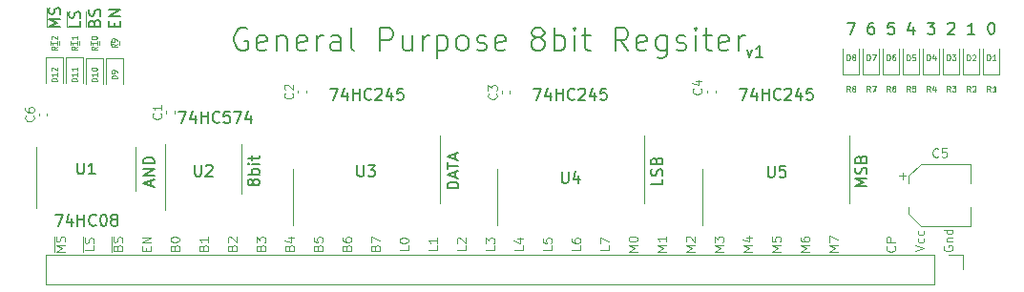
<source format=gbr>
%TF.GenerationSoftware,KiCad,Pcbnew,(5.1.10-1-10_14)*%
%TF.CreationDate,2021-09-10T00:22:32-04:00*%
%TF.ProjectId,smd-register-array,736d642d-7265-4676-9973-7465722d6172,rev?*%
%TF.SameCoordinates,Original*%
%TF.FileFunction,Legend,Top*%
%TF.FilePolarity,Positive*%
%FSLAX46Y46*%
G04 Gerber Fmt 4.6, Leading zero omitted, Abs format (unit mm)*
G04 Created by KiCad (PCBNEW (5.1.10-1-10_14)) date 2021-09-10 00:22:32*
%MOMM*%
%LPD*%
G01*
G04 APERTURE LIST*
%ADD10C,0.150000*%
%ADD11C,0.120000*%
%ADD12C,0.100000*%
%ADD13C,0.080000*%
G04 APERTURE END LIST*
D10*
X140734952Y-82279428D02*
X140687333Y-82374666D01*
X140639714Y-82422285D01*
X140544476Y-82469904D01*
X140496857Y-82469904D01*
X140401619Y-82422285D01*
X140354000Y-82374666D01*
X140306380Y-82279428D01*
X140306380Y-82088952D01*
X140354000Y-81993714D01*
X140401619Y-81946095D01*
X140496857Y-81898476D01*
X140544476Y-81898476D01*
X140639714Y-81946095D01*
X140687333Y-81993714D01*
X140734952Y-82088952D01*
X140734952Y-82279428D01*
X140782571Y-82374666D01*
X140830190Y-82422285D01*
X140925428Y-82469904D01*
X141115904Y-82469904D01*
X141211142Y-82422285D01*
X141258761Y-82374666D01*
X141306380Y-82279428D01*
X141306380Y-82088952D01*
X141258761Y-81993714D01*
X141211142Y-81946095D01*
X141115904Y-81898476D01*
X140925428Y-81898476D01*
X140830190Y-81946095D01*
X140782571Y-81993714D01*
X140734952Y-82088952D01*
X141306380Y-81469904D02*
X140306380Y-81469904D01*
X140687333Y-81469904D02*
X140639714Y-81374666D01*
X140639714Y-81184190D01*
X140687333Y-81088952D01*
X140734952Y-81041333D01*
X140830190Y-80993714D01*
X141115904Y-80993714D01*
X141211142Y-81041333D01*
X141258761Y-81088952D01*
X141306380Y-81184190D01*
X141306380Y-81374666D01*
X141258761Y-81469904D01*
X141306380Y-80565142D02*
X140639714Y-80565142D01*
X140306380Y-80565142D02*
X140354000Y-80612761D01*
X140401619Y-80565142D01*
X140354000Y-80517523D01*
X140306380Y-80565142D01*
X140401619Y-80565142D01*
X140639714Y-80231809D02*
X140639714Y-79850857D01*
X140306380Y-80088952D02*
X141163523Y-80088952D01*
X141258761Y-80041333D01*
X141306380Y-79946095D01*
X141306380Y-79850857D01*
X131700666Y-82479904D02*
X131700666Y-82003714D01*
X131986380Y-82575142D02*
X130986380Y-82241809D01*
X131986380Y-81908476D01*
X131986380Y-81575142D02*
X130986380Y-81575142D01*
X131986380Y-81003714D01*
X130986380Y-81003714D01*
X131986380Y-80527523D02*
X130986380Y-80527523D01*
X130986380Y-80289428D01*
X131034000Y-80146571D01*
X131129238Y-80051333D01*
X131224476Y-80003714D01*
X131414952Y-79956095D01*
X131557809Y-79956095D01*
X131748285Y-80003714D01*
X131843523Y-80051333D01*
X131938761Y-80146571D01*
X131986380Y-80289428D01*
X131986380Y-80527523D01*
X158966380Y-82728000D02*
X157966380Y-82728000D01*
X157966380Y-82489904D01*
X158014000Y-82347047D01*
X158109238Y-82251809D01*
X158204476Y-82204190D01*
X158394952Y-82156571D01*
X158537809Y-82156571D01*
X158728285Y-82204190D01*
X158823523Y-82251809D01*
X158918761Y-82347047D01*
X158966380Y-82489904D01*
X158966380Y-82728000D01*
X158680666Y-81775619D02*
X158680666Y-81299428D01*
X158966380Y-81870857D02*
X157966380Y-81537523D01*
X158966380Y-81204190D01*
X157966380Y-81013714D02*
X157966380Y-80442285D01*
X158966380Y-80728000D02*
X157966380Y-80728000D01*
X158680666Y-80156571D02*
X158680666Y-79680380D01*
X158966380Y-80251809D02*
X157966380Y-79918476D01*
X158966380Y-79585142D01*
X177066380Y-81894666D02*
X177066380Y-82370857D01*
X176066380Y-82370857D01*
X177018761Y-81608952D02*
X177066380Y-81466095D01*
X177066380Y-81228000D01*
X177018761Y-81132761D01*
X176971142Y-81085142D01*
X176875904Y-81037523D01*
X176780666Y-81037523D01*
X176685428Y-81085142D01*
X176637809Y-81132761D01*
X176590190Y-81228000D01*
X176542571Y-81418476D01*
X176494952Y-81513714D01*
X176447333Y-81561333D01*
X176352095Y-81608952D01*
X176256857Y-81608952D01*
X176161619Y-81561333D01*
X176114000Y-81513714D01*
X176066380Y-81418476D01*
X176066380Y-81180380D01*
X176114000Y-81037523D01*
X176542571Y-80275619D02*
X176590190Y-80132761D01*
X176637809Y-80085142D01*
X176733047Y-80037523D01*
X176875904Y-80037523D01*
X176971142Y-80085142D01*
X177018761Y-80132761D01*
X177066380Y-80228000D01*
X177066380Y-80608952D01*
X176066380Y-80608952D01*
X176066380Y-80275619D01*
X176114000Y-80180380D01*
X176161619Y-80132761D01*
X176256857Y-80085142D01*
X176352095Y-80085142D01*
X176447333Y-80132761D01*
X176494952Y-80180380D01*
X176542571Y-80275619D01*
X176542571Y-80608952D01*
X195196380Y-82547523D02*
X194196380Y-82547523D01*
X194910666Y-82214190D01*
X194196380Y-81880857D01*
X195196380Y-81880857D01*
X195148761Y-81452285D02*
X195196380Y-81309428D01*
X195196380Y-81071333D01*
X195148761Y-80976095D01*
X195101142Y-80928476D01*
X195005904Y-80880857D01*
X194910666Y-80880857D01*
X194815428Y-80928476D01*
X194767809Y-80976095D01*
X194720190Y-81071333D01*
X194672571Y-81261809D01*
X194624952Y-81357047D01*
X194577333Y-81404666D01*
X194482095Y-81452285D01*
X194386857Y-81452285D01*
X194291619Y-81404666D01*
X194244000Y-81357047D01*
X194196380Y-81261809D01*
X194196380Y-81023714D01*
X194244000Y-80880857D01*
X194672571Y-80118952D02*
X194720190Y-79976095D01*
X194767809Y-79928476D01*
X194863047Y-79880857D01*
X195005904Y-79880857D01*
X195101142Y-79928476D01*
X195148761Y-79976095D01*
X195196380Y-80071333D01*
X195196380Y-80452285D01*
X194196380Y-80452285D01*
X194196380Y-80118952D01*
X194244000Y-80023714D01*
X194291619Y-79976095D01*
X194386857Y-79928476D01*
X194482095Y-79928476D01*
X194577333Y-79976095D01*
X194624952Y-80023714D01*
X194672571Y-80118952D01*
X194672571Y-80452285D01*
D11*
X128174000Y-86978000D02*
X128174000Y-88328000D01*
X125624000Y-86978000D02*
X125624000Y-88328000D01*
X123094000Y-86978000D02*
X123094000Y-88328000D01*
D12*
X202034000Y-87852285D02*
X201995904Y-87928476D01*
X201995904Y-88042761D01*
X202034000Y-88157047D01*
X202110190Y-88233238D01*
X202186380Y-88271333D01*
X202338761Y-88309428D01*
X202453047Y-88309428D01*
X202605428Y-88271333D01*
X202681619Y-88233238D01*
X202757809Y-88157047D01*
X202795904Y-88042761D01*
X202795904Y-87966571D01*
X202757809Y-87852285D01*
X202719714Y-87814190D01*
X202453047Y-87814190D01*
X202453047Y-87966571D01*
X202262571Y-87471333D02*
X202795904Y-87471333D01*
X202338761Y-87471333D02*
X202300666Y-87433238D01*
X202262571Y-87357047D01*
X202262571Y-87242761D01*
X202300666Y-87166571D01*
X202376857Y-87128476D01*
X202795904Y-87128476D01*
X202795904Y-86404666D02*
X201995904Y-86404666D01*
X202757809Y-86404666D02*
X202795904Y-86480857D01*
X202795904Y-86633238D01*
X202757809Y-86709428D01*
X202719714Y-86747523D01*
X202643523Y-86785619D01*
X202414952Y-86785619D01*
X202338761Y-86747523D01*
X202300666Y-86709428D01*
X202262571Y-86633238D01*
X202262571Y-86480857D01*
X202300666Y-86404666D01*
X199455904Y-88310380D02*
X200255904Y-88043714D01*
X199455904Y-87777047D01*
X200217809Y-87167523D02*
X200255904Y-87243714D01*
X200255904Y-87396095D01*
X200217809Y-87472285D01*
X200179714Y-87510380D01*
X200103523Y-87548476D01*
X199874952Y-87548476D01*
X199798761Y-87510380D01*
X199760666Y-87472285D01*
X199722571Y-87396095D01*
X199722571Y-87243714D01*
X199760666Y-87167523D01*
X200217809Y-86481809D02*
X200255904Y-86558000D01*
X200255904Y-86710380D01*
X200217809Y-86786571D01*
X200179714Y-86824666D01*
X200103523Y-86862761D01*
X199874952Y-86862761D01*
X199798761Y-86824666D01*
X199760666Y-86786571D01*
X199722571Y-86710380D01*
X199722571Y-86558000D01*
X199760666Y-86481809D01*
X197639714Y-87830380D02*
X197677809Y-87868476D01*
X197715904Y-87982761D01*
X197715904Y-88058952D01*
X197677809Y-88173238D01*
X197601619Y-88249428D01*
X197525428Y-88287523D01*
X197373047Y-88325619D01*
X197258761Y-88325619D01*
X197106380Y-88287523D01*
X197030190Y-88249428D01*
X196954000Y-88173238D01*
X196915904Y-88058952D01*
X196915904Y-87982761D01*
X196954000Y-87868476D01*
X196992095Y-87830380D01*
X197715904Y-87487523D02*
X196915904Y-87487523D01*
X196915904Y-87182761D01*
X196954000Y-87106571D01*
X196992095Y-87068476D01*
X197068285Y-87030380D01*
X197182571Y-87030380D01*
X197258761Y-87068476D01*
X197296857Y-87106571D01*
X197334952Y-87182761D01*
X197334952Y-87487523D01*
X192635904Y-88325619D02*
X191835904Y-88325619D01*
X192407333Y-88058952D01*
X191835904Y-87792285D01*
X192635904Y-87792285D01*
X191835904Y-87487523D02*
X191835904Y-86954190D01*
X192635904Y-87297047D01*
X190095904Y-88325619D02*
X189295904Y-88325619D01*
X189867333Y-88058952D01*
X189295904Y-87792285D01*
X190095904Y-87792285D01*
X189295904Y-87068476D02*
X189295904Y-87220857D01*
X189334000Y-87297047D01*
X189372095Y-87335142D01*
X189486380Y-87411333D01*
X189638761Y-87449428D01*
X189943523Y-87449428D01*
X190019714Y-87411333D01*
X190057809Y-87373238D01*
X190095904Y-87297047D01*
X190095904Y-87144666D01*
X190057809Y-87068476D01*
X190019714Y-87030380D01*
X189943523Y-86992285D01*
X189753047Y-86992285D01*
X189676857Y-87030380D01*
X189638761Y-87068476D01*
X189600666Y-87144666D01*
X189600666Y-87297047D01*
X189638761Y-87373238D01*
X189676857Y-87411333D01*
X189753047Y-87449428D01*
X187555904Y-88325619D02*
X186755904Y-88325619D01*
X187327333Y-88058952D01*
X186755904Y-87792285D01*
X187555904Y-87792285D01*
X186755904Y-87030380D02*
X186755904Y-87411333D01*
X187136857Y-87449428D01*
X187098761Y-87411333D01*
X187060666Y-87335142D01*
X187060666Y-87144666D01*
X187098761Y-87068476D01*
X187136857Y-87030380D01*
X187213047Y-86992285D01*
X187403523Y-86992285D01*
X187479714Y-87030380D01*
X187517809Y-87068476D01*
X187555904Y-87144666D01*
X187555904Y-87335142D01*
X187517809Y-87411333D01*
X187479714Y-87449428D01*
X185015904Y-88325619D02*
X184215904Y-88325619D01*
X184787333Y-88058952D01*
X184215904Y-87792285D01*
X185015904Y-87792285D01*
X184482571Y-87068476D02*
X185015904Y-87068476D01*
X184177809Y-87258952D02*
X184749238Y-87449428D01*
X184749238Y-86954190D01*
X182475904Y-88325619D02*
X181675904Y-88325619D01*
X182247333Y-88058952D01*
X181675904Y-87792285D01*
X182475904Y-87792285D01*
X181675904Y-87487523D02*
X181675904Y-86992285D01*
X181980666Y-87258952D01*
X181980666Y-87144666D01*
X182018761Y-87068476D01*
X182056857Y-87030380D01*
X182133047Y-86992285D01*
X182323523Y-86992285D01*
X182399714Y-87030380D01*
X182437809Y-87068476D01*
X182475904Y-87144666D01*
X182475904Y-87373238D01*
X182437809Y-87449428D01*
X182399714Y-87487523D01*
X179935904Y-88325619D02*
X179135904Y-88325619D01*
X179707333Y-88058952D01*
X179135904Y-87792285D01*
X179935904Y-87792285D01*
X179212095Y-87449428D02*
X179174000Y-87411333D01*
X179135904Y-87335142D01*
X179135904Y-87144666D01*
X179174000Y-87068476D01*
X179212095Y-87030380D01*
X179288285Y-86992285D01*
X179364476Y-86992285D01*
X179478761Y-87030380D01*
X179935904Y-87487523D01*
X179935904Y-86992285D01*
X177395904Y-88325619D02*
X176595904Y-88325619D01*
X177167333Y-88058952D01*
X176595904Y-87792285D01*
X177395904Y-87792285D01*
X177395904Y-86992285D02*
X177395904Y-87449428D01*
X177395904Y-87220857D02*
X176595904Y-87220857D01*
X176710190Y-87297047D01*
X176786380Y-87373238D01*
X176824476Y-87449428D01*
X174855904Y-88325619D02*
X174055904Y-88325619D01*
X174627333Y-88058952D01*
X174055904Y-87792285D01*
X174855904Y-87792285D01*
X174055904Y-87258952D02*
X174055904Y-87182761D01*
X174094000Y-87106571D01*
X174132095Y-87068476D01*
X174208285Y-87030380D01*
X174360666Y-86992285D01*
X174551142Y-86992285D01*
X174703523Y-87030380D01*
X174779714Y-87068476D01*
X174817809Y-87106571D01*
X174855904Y-87182761D01*
X174855904Y-87258952D01*
X174817809Y-87335142D01*
X174779714Y-87373238D01*
X174703523Y-87411333D01*
X174551142Y-87449428D01*
X174360666Y-87449428D01*
X174208285Y-87411333D01*
X174132095Y-87373238D01*
X174094000Y-87335142D01*
X174055904Y-87258952D01*
X172315904Y-87811333D02*
X172315904Y-88192285D01*
X171515904Y-88192285D01*
X171515904Y-87620857D02*
X171515904Y-87087523D01*
X172315904Y-87430380D01*
X169775904Y-87811333D02*
X169775904Y-88192285D01*
X168975904Y-88192285D01*
X168975904Y-87201809D02*
X168975904Y-87354190D01*
X169014000Y-87430380D01*
X169052095Y-87468476D01*
X169166380Y-87544666D01*
X169318761Y-87582761D01*
X169623523Y-87582761D01*
X169699714Y-87544666D01*
X169737809Y-87506571D01*
X169775904Y-87430380D01*
X169775904Y-87278000D01*
X169737809Y-87201809D01*
X169699714Y-87163714D01*
X169623523Y-87125619D01*
X169433047Y-87125619D01*
X169356857Y-87163714D01*
X169318761Y-87201809D01*
X169280666Y-87278000D01*
X169280666Y-87430380D01*
X169318761Y-87506571D01*
X169356857Y-87544666D01*
X169433047Y-87582761D01*
X167235904Y-87811333D02*
X167235904Y-88192285D01*
X166435904Y-88192285D01*
X166435904Y-87163714D02*
X166435904Y-87544666D01*
X166816857Y-87582761D01*
X166778761Y-87544666D01*
X166740666Y-87468476D01*
X166740666Y-87278000D01*
X166778761Y-87201809D01*
X166816857Y-87163714D01*
X166893047Y-87125619D01*
X167083523Y-87125619D01*
X167159714Y-87163714D01*
X167197809Y-87201809D01*
X167235904Y-87278000D01*
X167235904Y-87468476D01*
X167197809Y-87544666D01*
X167159714Y-87582761D01*
X164695904Y-87811333D02*
X164695904Y-88192285D01*
X163895904Y-88192285D01*
X164162571Y-87201809D02*
X164695904Y-87201809D01*
X163857809Y-87392285D02*
X164429238Y-87582761D01*
X164429238Y-87087523D01*
X162155904Y-87811333D02*
X162155904Y-88192285D01*
X161355904Y-88192285D01*
X161355904Y-87620857D02*
X161355904Y-87125619D01*
X161660666Y-87392285D01*
X161660666Y-87278000D01*
X161698761Y-87201809D01*
X161736857Y-87163714D01*
X161813047Y-87125619D01*
X162003523Y-87125619D01*
X162079714Y-87163714D01*
X162117809Y-87201809D01*
X162155904Y-87278000D01*
X162155904Y-87506571D01*
X162117809Y-87582761D01*
X162079714Y-87620857D01*
X159615904Y-87811333D02*
X159615904Y-88192285D01*
X158815904Y-88192285D01*
X158892095Y-87582761D02*
X158854000Y-87544666D01*
X158815904Y-87468476D01*
X158815904Y-87278000D01*
X158854000Y-87201809D01*
X158892095Y-87163714D01*
X158968285Y-87125619D01*
X159044476Y-87125619D01*
X159158761Y-87163714D01*
X159615904Y-87620857D01*
X159615904Y-87125619D01*
X157075904Y-87811333D02*
X157075904Y-88192285D01*
X156275904Y-88192285D01*
X157075904Y-87125619D02*
X157075904Y-87582761D01*
X157075904Y-87354190D02*
X156275904Y-87354190D01*
X156390190Y-87430380D01*
X156466380Y-87506571D01*
X156504476Y-87582761D01*
X154535904Y-87811333D02*
X154535904Y-88192285D01*
X153735904Y-88192285D01*
X153735904Y-87392285D02*
X153735904Y-87316095D01*
X153774000Y-87239904D01*
X153812095Y-87201809D01*
X153888285Y-87163714D01*
X154040666Y-87125619D01*
X154231142Y-87125619D01*
X154383523Y-87163714D01*
X154459714Y-87201809D01*
X154497809Y-87239904D01*
X154535904Y-87316095D01*
X154535904Y-87392285D01*
X154497809Y-87468476D01*
X154459714Y-87506571D01*
X154383523Y-87544666D01*
X154231142Y-87582761D01*
X154040666Y-87582761D01*
X153888285Y-87544666D01*
X153812095Y-87506571D01*
X153774000Y-87468476D01*
X153735904Y-87392285D01*
X151576857Y-88001809D02*
X151614952Y-87887523D01*
X151653047Y-87849428D01*
X151729238Y-87811333D01*
X151843523Y-87811333D01*
X151919714Y-87849428D01*
X151957809Y-87887523D01*
X151995904Y-87963714D01*
X151995904Y-88268476D01*
X151195904Y-88268476D01*
X151195904Y-88001809D01*
X151234000Y-87925619D01*
X151272095Y-87887523D01*
X151348285Y-87849428D01*
X151424476Y-87849428D01*
X151500666Y-87887523D01*
X151538761Y-87925619D01*
X151576857Y-88001809D01*
X151576857Y-88268476D01*
X151195904Y-87544666D02*
X151195904Y-87011333D01*
X151995904Y-87354190D01*
X149036857Y-88001809D02*
X149074952Y-87887523D01*
X149113047Y-87849428D01*
X149189238Y-87811333D01*
X149303523Y-87811333D01*
X149379714Y-87849428D01*
X149417809Y-87887523D01*
X149455904Y-87963714D01*
X149455904Y-88268476D01*
X148655904Y-88268476D01*
X148655904Y-88001809D01*
X148694000Y-87925619D01*
X148732095Y-87887523D01*
X148808285Y-87849428D01*
X148884476Y-87849428D01*
X148960666Y-87887523D01*
X148998761Y-87925619D01*
X149036857Y-88001809D01*
X149036857Y-88268476D01*
X148655904Y-87125619D02*
X148655904Y-87278000D01*
X148694000Y-87354190D01*
X148732095Y-87392285D01*
X148846380Y-87468476D01*
X148998761Y-87506571D01*
X149303523Y-87506571D01*
X149379714Y-87468476D01*
X149417809Y-87430380D01*
X149455904Y-87354190D01*
X149455904Y-87201809D01*
X149417809Y-87125619D01*
X149379714Y-87087523D01*
X149303523Y-87049428D01*
X149113047Y-87049428D01*
X149036857Y-87087523D01*
X148998761Y-87125619D01*
X148960666Y-87201809D01*
X148960666Y-87354190D01*
X148998761Y-87430380D01*
X149036857Y-87468476D01*
X149113047Y-87506571D01*
X146496857Y-88001809D02*
X146534952Y-87887523D01*
X146573047Y-87849428D01*
X146649238Y-87811333D01*
X146763523Y-87811333D01*
X146839714Y-87849428D01*
X146877809Y-87887523D01*
X146915904Y-87963714D01*
X146915904Y-88268476D01*
X146115904Y-88268476D01*
X146115904Y-88001809D01*
X146154000Y-87925619D01*
X146192095Y-87887523D01*
X146268285Y-87849428D01*
X146344476Y-87849428D01*
X146420666Y-87887523D01*
X146458761Y-87925619D01*
X146496857Y-88001809D01*
X146496857Y-88268476D01*
X146115904Y-87087523D02*
X146115904Y-87468476D01*
X146496857Y-87506571D01*
X146458761Y-87468476D01*
X146420666Y-87392285D01*
X146420666Y-87201809D01*
X146458761Y-87125619D01*
X146496857Y-87087523D01*
X146573047Y-87049428D01*
X146763523Y-87049428D01*
X146839714Y-87087523D01*
X146877809Y-87125619D01*
X146915904Y-87201809D01*
X146915904Y-87392285D01*
X146877809Y-87468476D01*
X146839714Y-87506571D01*
X143956857Y-88001809D02*
X143994952Y-87887523D01*
X144033047Y-87849428D01*
X144109238Y-87811333D01*
X144223523Y-87811333D01*
X144299714Y-87849428D01*
X144337809Y-87887523D01*
X144375904Y-87963714D01*
X144375904Y-88268476D01*
X143575904Y-88268476D01*
X143575904Y-88001809D01*
X143614000Y-87925619D01*
X143652095Y-87887523D01*
X143728285Y-87849428D01*
X143804476Y-87849428D01*
X143880666Y-87887523D01*
X143918761Y-87925619D01*
X143956857Y-88001809D01*
X143956857Y-88268476D01*
X143842571Y-87125619D02*
X144375904Y-87125619D01*
X143537809Y-87316095D02*
X144109238Y-87506571D01*
X144109238Y-87011333D01*
X141416857Y-88001809D02*
X141454952Y-87887523D01*
X141493047Y-87849428D01*
X141569238Y-87811333D01*
X141683523Y-87811333D01*
X141759714Y-87849428D01*
X141797809Y-87887523D01*
X141835904Y-87963714D01*
X141835904Y-88268476D01*
X141035904Y-88268476D01*
X141035904Y-88001809D01*
X141074000Y-87925619D01*
X141112095Y-87887523D01*
X141188285Y-87849428D01*
X141264476Y-87849428D01*
X141340666Y-87887523D01*
X141378761Y-87925619D01*
X141416857Y-88001809D01*
X141416857Y-88268476D01*
X141035904Y-87544666D02*
X141035904Y-87049428D01*
X141340666Y-87316095D01*
X141340666Y-87201809D01*
X141378761Y-87125619D01*
X141416857Y-87087523D01*
X141493047Y-87049428D01*
X141683523Y-87049428D01*
X141759714Y-87087523D01*
X141797809Y-87125619D01*
X141835904Y-87201809D01*
X141835904Y-87430380D01*
X141797809Y-87506571D01*
X141759714Y-87544666D01*
X138876857Y-88001809D02*
X138914952Y-87887523D01*
X138953047Y-87849428D01*
X139029238Y-87811333D01*
X139143523Y-87811333D01*
X139219714Y-87849428D01*
X139257809Y-87887523D01*
X139295904Y-87963714D01*
X139295904Y-88268476D01*
X138495904Y-88268476D01*
X138495904Y-88001809D01*
X138534000Y-87925619D01*
X138572095Y-87887523D01*
X138648285Y-87849428D01*
X138724476Y-87849428D01*
X138800666Y-87887523D01*
X138838761Y-87925619D01*
X138876857Y-88001809D01*
X138876857Y-88268476D01*
X138572095Y-87506571D02*
X138534000Y-87468476D01*
X138495904Y-87392285D01*
X138495904Y-87201809D01*
X138534000Y-87125619D01*
X138572095Y-87087523D01*
X138648285Y-87049428D01*
X138724476Y-87049428D01*
X138838761Y-87087523D01*
X139295904Y-87544666D01*
X139295904Y-87049428D01*
X136336857Y-88001809D02*
X136374952Y-87887523D01*
X136413047Y-87849428D01*
X136489238Y-87811333D01*
X136603523Y-87811333D01*
X136679714Y-87849428D01*
X136717809Y-87887523D01*
X136755904Y-87963714D01*
X136755904Y-88268476D01*
X135955904Y-88268476D01*
X135955904Y-88001809D01*
X135994000Y-87925619D01*
X136032095Y-87887523D01*
X136108285Y-87849428D01*
X136184476Y-87849428D01*
X136260666Y-87887523D01*
X136298761Y-87925619D01*
X136336857Y-88001809D01*
X136336857Y-88268476D01*
X136755904Y-87049428D02*
X136755904Y-87506571D01*
X136755904Y-87278000D02*
X135955904Y-87278000D01*
X136070190Y-87354190D01*
X136146380Y-87430380D01*
X136184476Y-87506571D01*
X133796857Y-88001809D02*
X133834952Y-87887523D01*
X133873047Y-87849428D01*
X133949238Y-87811333D01*
X134063523Y-87811333D01*
X134139714Y-87849428D01*
X134177809Y-87887523D01*
X134215904Y-87963714D01*
X134215904Y-88268476D01*
X133415904Y-88268476D01*
X133415904Y-88001809D01*
X133454000Y-87925619D01*
X133492095Y-87887523D01*
X133568285Y-87849428D01*
X133644476Y-87849428D01*
X133720666Y-87887523D01*
X133758761Y-87925619D01*
X133796857Y-88001809D01*
X133796857Y-88268476D01*
X133415904Y-87316095D02*
X133415904Y-87239904D01*
X133454000Y-87163714D01*
X133492095Y-87125619D01*
X133568285Y-87087523D01*
X133720666Y-87049428D01*
X133911142Y-87049428D01*
X134063523Y-87087523D01*
X134139714Y-87125619D01*
X134177809Y-87163714D01*
X134215904Y-87239904D01*
X134215904Y-87316095D01*
X134177809Y-87392285D01*
X134139714Y-87430380D01*
X134063523Y-87468476D01*
X133911142Y-87506571D01*
X133720666Y-87506571D01*
X133568285Y-87468476D01*
X133492095Y-87430380D01*
X133454000Y-87392285D01*
X133415904Y-87316095D01*
X131256857Y-88268476D02*
X131256857Y-88001809D01*
X131675904Y-87887523D02*
X131675904Y-88268476D01*
X130875904Y-88268476D01*
X130875904Y-87887523D01*
X131675904Y-87544666D02*
X130875904Y-87544666D01*
X131675904Y-87087523D01*
X130875904Y-87087523D01*
X128716857Y-88001809D02*
X128754952Y-87887523D01*
X128793047Y-87849428D01*
X128869238Y-87811333D01*
X128983523Y-87811333D01*
X129059714Y-87849428D01*
X129097809Y-87887523D01*
X129135904Y-87963714D01*
X129135904Y-88268476D01*
X128335904Y-88268476D01*
X128335904Y-88001809D01*
X128374000Y-87925619D01*
X128412095Y-87887523D01*
X128488285Y-87849428D01*
X128564476Y-87849428D01*
X128640666Y-87887523D01*
X128678761Y-87925619D01*
X128716857Y-88001809D01*
X128716857Y-88268476D01*
X129097809Y-87506571D02*
X129135904Y-87392285D01*
X129135904Y-87201809D01*
X129097809Y-87125619D01*
X129059714Y-87087523D01*
X128983523Y-87049428D01*
X128907333Y-87049428D01*
X128831142Y-87087523D01*
X128793047Y-87125619D01*
X128754952Y-87201809D01*
X128716857Y-87354190D01*
X128678761Y-87430380D01*
X128640666Y-87468476D01*
X128564476Y-87506571D01*
X128488285Y-87506571D01*
X128412095Y-87468476D01*
X128374000Y-87430380D01*
X128335904Y-87354190D01*
X128335904Y-87163714D01*
X128374000Y-87049428D01*
X126595904Y-87811333D02*
X126595904Y-88192285D01*
X125795904Y-88192285D01*
X126557809Y-87582761D02*
X126595904Y-87468476D01*
X126595904Y-87278000D01*
X126557809Y-87201809D01*
X126519714Y-87163714D01*
X126443523Y-87125619D01*
X126367333Y-87125619D01*
X126291142Y-87163714D01*
X126253047Y-87201809D01*
X126214952Y-87278000D01*
X126176857Y-87430380D01*
X126138761Y-87506571D01*
X126100666Y-87544666D01*
X126024476Y-87582761D01*
X125948285Y-87582761D01*
X125872095Y-87544666D01*
X125834000Y-87506571D01*
X125795904Y-87430380D01*
X125795904Y-87239904D01*
X125834000Y-87125619D01*
X124055904Y-88325619D02*
X123255904Y-88325619D01*
X123827333Y-88058952D01*
X123255904Y-87792285D01*
X124055904Y-87792285D01*
X124017809Y-87449428D02*
X124055904Y-87335142D01*
X124055904Y-87144666D01*
X124017809Y-87068476D01*
X123979714Y-87030380D01*
X123903523Y-86992285D01*
X123827333Y-86992285D01*
X123751142Y-87030380D01*
X123713047Y-87068476D01*
X123674952Y-87144666D01*
X123636857Y-87297047D01*
X123598761Y-87373238D01*
X123560666Y-87411333D01*
X123484476Y-87449428D01*
X123408285Y-87449428D01*
X123332095Y-87411333D01*
X123294000Y-87373238D01*
X123255904Y-87297047D01*
X123255904Y-87106571D01*
X123294000Y-86992285D01*
D11*
X125954000Y-66998000D02*
X125954000Y-68378000D01*
X124184000Y-66998000D02*
X124184000Y-68378000D01*
X122414000Y-66718000D02*
X122414000Y-68358000D01*
D10*
X123642380Y-68373523D02*
X122642380Y-68373523D01*
X123356666Y-68040190D01*
X122642380Y-67706857D01*
X123642380Y-67706857D01*
X123594761Y-67278285D02*
X123642380Y-67135428D01*
X123642380Y-66897333D01*
X123594761Y-66802095D01*
X123547142Y-66754476D01*
X123451904Y-66706857D01*
X123356666Y-66706857D01*
X123261428Y-66754476D01*
X123213809Y-66802095D01*
X123166190Y-66897333D01*
X123118571Y-67087809D01*
X123070952Y-67183047D01*
X123023333Y-67230666D01*
X122928095Y-67278285D01*
X122832857Y-67278285D01*
X122737619Y-67230666D01*
X122690000Y-67183047D01*
X122642380Y-67087809D01*
X122642380Y-66849714D01*
X122690000Y-66706857D01*
X128452571Y-68366095D02*
X128452571Y-68032761D01*
X128976380Y-67889904D02*
X128976380Y-68366095D01*
X127976380Y-68366095D01*
X127976380Y-67889904D01*
X128976380Y-67461333D02*
X127976380Y-67461333D01*
X128976380Y-66889904D01*
X127976380Y-66889904D01*
X126672571Y-68032761D02*
X126720190Y-67889904D01*
X126767809Y-67842285D01*
X126863047Y-67794666D01*
X127005904Y-67794666D01*
X127101142Y-67842285D01*
X127148761Y-67889904D01*
X127196380Y-67985142D01*
X127196380Y-68366095D01*
X126196380Y-68366095D01*
X126196380Y-68032761D01*
X126244000Y-67937523D01*
X126291619Y-67889904D01*
X126386857Y-67842285D01*
X126482095Y-67842285D01*
X126577333Y-67889904D01*
X126624952Y-67937523D01*
X126672571Y-68032761D01*
X126672571Y-68366095D01*
X127148761Y-67413714D02*
X127196380Y-67270857D01*
X127196380Y-67032761D01*
X127148761Y-66937523D01*
X127101142Y-66889904D01*
X127005904Y-66842285D01*
X126910666Y-66842285D01*
X126815428Y-66889904D01*
X126767809Y-66937523D01*
X126720190Y-67032761D01*
X126672571Y-67223238D01*
X126624952Y-67318476D01*
X126577333Y-67366095D01*
X126482095Y-67413714D01*
X126386857Y-67413714D01*
X126291619Y-67366095D01*
X126244000Y-67318476D01*
X126196380Y-67223238D01*
X126196380Y-66985142D01*
X126244000Y-66842285D01*
X125416380Y-67884666D02*
X125416380Y-68360857D01*
X124416380Y-68360857D01*
X125368761Y-67598952D02*
X125416380Y-67456095D01*
X125416380Y-67218000D01*
X125368761Y-67122761D01*
X125321142Y-67075142D01*
X125225904Y-67027523D01*
X125130666Y-67027523D01*
X125035428Y-67075142D01*
X124987809Y-67122761D01*
X124940190Y-67218000D01*
X124892571Y-67408476D01*
X124844952Y-67503714D01*
X124797333Y-67551333D01*
X124702095Y-67598952D01*
X124606857Y-67598952D01*
X124511619Y-67551333D01*
X124464000Y-67503714D01*
X124416380Y-67408476D01*
X124416380Y-67170380D01*
X124464000Y-67027523D01*
X193468666Y-68032380D02*
X194135333Y-68032380D01*
X193706761Y-69032380D01*
X195770476Y-68032380D02*
X195580000Y-68032380D01*
X195484761Y-68080000D01*
X195437142Y-68127619D01*
X195341904Y-68270476D01*
X195294285Y-68460952D01*
X195294285Y-68841904D01*
X195341904Y-68937142D01*
X195389523Y-68984761D01*
X195484761Y-69032380D01*
X195675238Y-69032380D01*
X195770476Y-68984761D01*
X195818095Y-68937142D01*
X195865714Y-68841904D01*
X195865714Y-68603809D01*
X195818095Y-68508571D01*
X195770476Y-68460952D01*
X195675238Y-68413333D01*
X195484761Y-68413333D01*
X195389523Y-68460952D01*
X195341904Y-68508571D01*
X195294285Y-68603809D01*
X197596095Y-68032380D02*
X197119904Y-68032380D01*
X197072285Y-68508571D01*
X197119904Y-68460952D01*
X197215142Y-68413333D01*
X197453238Y-68413333D01*
X197548476Y-68460952D01*
X197596095Y-68508571D01*
X197643714Y-68603809D01*
X197643714Y-68841904D01*
X197596095Y-68937142D01*
X197548476Y-68984761D01*
X197453238Y-69032380D01*
X197215142Y-69032380D01*
X197119904Y-68984761D01*
X197072285Y-68937142D01*
X199326476Y-68365714D02*
X199326476Y-69032380D01*
X199088380Y-67984761D02*
X198850285Y-68699047D01*
X199469333Y-68699047D01*
X200580666Y-68032380D02*
X201199714Y-68032380D01*
X200866380Y-68413333D01*
X201009238Y-68413333D01*
X201104476Y-68460952D01*
X201152095Y-68508571D01*
X201199714Y-68603809D01*
X201199714Y-68841904D01*
X201152095Y-68937142D01*
X201104476Y-68984761D01*
X201009238Y-69032380D01*
X200723523Y-69032380D01*
X200628285Y-68984761D01*
X200580666Y-68937142D01*
X202406285Y-68127619D02*
X202453904Y-68080000D01*
X202549142Y-68032380D01*
X202787238Y-68032380D01*
X202882476Y-68080000D01*
X202930095Y-68127619D01*
X202977714Y-68222857D01*
X202977714Y-68318095D01*
X202930095Y-68460952D01*
X202358666Y-69032380D01*
X202977714Y-69032380D01*
X204755714Y-69032380D02*
X204184285Y-69032380D01*
X204470000Y-69032380D02*
X204470000Y-68032380D01*
X204374761Y-68175238D01*
X204279523Y-68270476D01*
X204184285Y-68318095D01*
X206200380Y-68032380D02*
X206295619Y-68032380D01*
X206390857Y-68080000D01*
X206438476Y-68127619D01*
X206486095Y-68222857D01*
X206533714Y-68413333D01*
X206533714Y-68651428D01*
X206486095Y-68841904D01*
X206438476Y-68937142D01*
X206390857Y-68984761D01*
X206295619Y-69032380D01*
X206200380Y-69032380D01*
X206105142Y-68984761D01*
X206057523Y-68937142D01*
X206009904Y-68841904D01*
X205962285Y-68651428D01*
X205962285Y-68413333D01*
X206009904Y-68222857D01*
X206057523Y-68127619D01*
X206105142Y-68080000D01*
X206200380Y-68032380D01*
X184557714Y-70391714D02*
X184795809Y-71058380D01*
X185033904Y-70391714D01*
X185938666Y-71058380D02*
X185367238Y-71058380D01*
X185652952Y-71058380D02*
X185652952Y-70058380D01*
X185557714Y-70201238D01*
X185462476Y-70296476D01*
X185367238Y-70344095D01*
X140221428Y-68590000D02*
X140030952Y-68494761D01*
X139745238Y-68494761D01*
X139459523Y-68590000D01*
X139269047Y-68780476D01*
X139173809Y-68970952D01*
X139078571Y-69351904D01*
X139078571Y-69637619D01*
X139173809Y-70018571D01*
X139269047Y-70209047D01*
X139459523Y-70399523D01*
X139745238Y-70494761D01*
X139935714Y-70494761D01*
X140221428Y-70399523D01*
X140316666Y-70304285D01*
X140316666Y-69637619D01*
X139935714Y-69637619D01*
X141935714Y-70399523D02*
X141745238Y-70494761D01*
X141364285Y-70494761D01*
X141173809Y-70399523D01*
X141078571Y-70209047D01*
X141078571Y-69447142D01*
X141173809Y-69256666D01*
X141364285Y-69161428D01*
X141745238Y-69161428D01*
X141935714Y-69256666D01*
X142030952Y-69447142D01*
X142030952Y-69637619D01*
X141078571Y-69828095D01*
X142888095Y-69161428D02*
X142888095Y-70494761D01*
X142888095Y-69351904D02*
X142983333Y-69256666D01*
X143173809Y-69161428D01*
X143459523Y-69161428D01*
X143650000Y-69256666D01*
X143745238Y-69447142D01*
X143745238Y-70494761D01*
X145459523Y-70399523D02*
X145269047Y-70494761D01*
X144888095Y-70494761D01*
X144697619Y-70399523D01*
X144602380Y-70209047D01*
X144602380Y-69447142D01*
X144697619Y-69256666D01*
X144888095Y-69161428D01*
X145269047Y-69161428D01*
X145459523Y-69256666D01*
X145554761Y-69447142D01*
X145554761Y-69637619D01*
X144602380Y-69828095D01*
X146411904Y-70494761D02*
X146411904Y-69161428D01*
X146411904Y-69542380D02*
X146507142Y-69351904D01*
X146602380Y-69256666D01*
X146792857Y-69161428D01*
X146983333Y-69161428D01*
X148507142Y-70494761D02*
X148507142Y-69447142D01*
X148411904Y-69256666D01*
X148221428Y-69161428D01*
X147840476Y-69161428D01*
X147650000Y-69256666D01*
X148507142Y-70399523D02*
X148316666Y-70494761D01*
X147840476Y-70494761D01*
X147650000Y-70399523D01*
X147554761Y-70209047D01*
X147554761Y-70018571D01*
X147650000Y-69828095D01*
X147840476Y-69732857D01*
X148316666Y-69732857D01*
X148507142Y-69637619D01*
X149745238Y-70494761D02*
X149554761Y-70399523D01*
X149459523Y-70209047D01*
X149459523Y-68494761D01*
X152030952Y-70494761D02*
X152030952Y-68494761D01*
X152792857Y-68494761D01*
X152983333Y-68590000D01*
X153078571Y-68685238D01*
X153173809Y-68875714D01*
X153173809Y-69161428D01*
X153078571Y-69351904D01*
X152983333Y-69447142D01*
X152792857Y-69542380D01*
X152030952Y-69542380D01*
X154888095Y-69161428D02*
X154888095Y-70494761D01*
X154030952Y-69161428D02*
X154030952Y-70209047D01*
X154126190Y-70399523D01*
X154316666Y-70494761D01*
X154602380Y-70494761D01*
X154792857Y-70399523D01*
X154888095Y-70304285D01*
X155840476Y-70494761D02*
X155840476Y-69161428D01*
X155840476Y-69542380D02*
X155935714Y-69351904D01*
X156030952Y-69256666D01*
X156221428Y-69161428D01*
X156411904Y-69161428D01*
X157078571Y-69161428D02*
X157078571Y-71161428D01*
X157078571Y-69256666D02*
X157269047Y-69161428D01*
X157650000Y-69161428D01*
X157840476Y-69256666D01*
X157935714Y-69351904D01*
X158030952Y-69542380D01*
X158030952Y-70113809D01*
X157935714Y-70304285D01*
X157840476Y-70399523D01*
X157650000Y-70494761D01*
X157269047Y-70494761D01*
X157078571Y-70399523D01*
X159173809Y-70494761D02*
X158983333Y-70399523D01*
X158888095Y-70304285D01*
X158792857Y-70113809D01*
X158792857Y-69542380D01*
X158888095Y-69351904D01*
X158983333Y-69256666D01*
X159173809Y-69161428D01*
X159459523Y-69161428D01*
X159650000Y-69256666D01*
X159745238Y-69351904D01*
X159840476Y-69542380D01*
X159840476Y-70113809D01*
X159745238Y-70304285D01*
X159650000Y-70399523D01*
X159459523Y-70494761D01*
X159173809Y-70494761D01*
X160602380Y-70399523D02*
X160792857Y-70494761D01*
X161173809Y-70494761D01*
X161364285Y-70399523D01*
X161459523Y-70209047D01*
X161459523Y-70113809D01*
X161364285Y-69923333D01*
X161173809Y-69828095D01*
X160888095Y-69828095D01*
X160697619Y-69732857D01*
X160602380Y-69542380D01*
X160602380Y-69447142D01*
X160697619Y-69256666D01*
X160888095Y-69161428D01*
X161173809Y-69161428D01*
X161364285Y-69256666D01*
X163078571Y-70399523D02*
X162888095Y-70494761D01*
X162507142Y-70494761D01*
X162316666Y-70399523D01*
X162221428Y-70209047D01*
X162221428Y-69447142D01*
X162316666Y-69256666D01*
X162507142Y-69161428D01*
X162888095Y-69161428D01*
X163078571Y-69256666D01*
X163173809Y-69447142D01*
X163173809Y-69637619D01*
X162221428Y-69828095D01*
X165840476Y-69351904D02*
X165650000Y-69256666D01*
X165554761Y-69161428D01*
X165459523Y-68970952D01*
X165459523Y-68875714D01*
X165554761Y-68685238D01*
X165650000Y-68590000D01*
X165840476Y-68494761D01*
X166221428Y-68494761D01*
X166411904Y-68590000D01*
X166507142Y-68685238D01*
X166602380Y-68875714D01*
X166602380Y-68970952D01*
X166507142Y-69161428D01*
X166411904Y-69256666D01*
X166221428Y-69351904D01*
X165840476Y-69351904D01*
X165650000Y-69447142D01*
X165554761Y-69542380D01*
X165459523Y-69732857D01*
X165459523Y-70113809D01*
X165554761Y-70304285D01*
X165650000Y-70399523D01*
X165840476Y-70494761D01*
X166221428Y-70494761D01*
X166411904Y-70399523D01*
X166507142Y-70304285D01*
X166602380Y-70113809D01*
X166602380Y-69732857D01*
X166507142Y-69542380D01*
X166411904Y-69447142D01*
X166221428Y-69351904D01*
X167459523Y-70494761D02*
X167459523Y-68494761D01*
X167459523Y-69256666D02*
X167650000Y-69161428D01*
X168030952Y-69161428D01*
X168221428Y-69256666D01*
X168316666Y-69351904D01*
X168411904Y-69542380D01*
X168411904Y-70113809D01*
X168316666Y-70304285D01*
X168221428Y-70399523D01*
X168030952Y-70494761D01*
X167650000Y-70494761D01*
X167459523Y-70399523D01*
X169269047Y-70494761D02*
X169269047Y-69161428D01*
X169269047Y-68494761D02*
X169173809Y-68590000D01*
X169269047Y-68685238D01*
X169364285Y-68590000D01*
X169269047Y-68494761D01*
X169269047Y-68685238D01*
X169935714Y-69161428D02*
X170697619Y-69161428D01*
X170221428Y-68494761D02*
X170221428Y-70209047D01*
X170316666Y-70399523D01*
X170507142Y-70494761D01*
X170697619Y-70494761D01*
X174030952Y-70494761D02*
X173364285Y-69542380D01*
X172888095Y-70494761D02*
X172888095Y-68494761D01*
X173650000Y-68494761D01*
X173840476Y-68590000D01*
X173935714Y-68685238D01*
X174030952Y-68875714D01*
X174030952Y-69161428D01*
X173935714Y-69351904D01*
X173840476Y-69447142D01*
X173650000Y-69542380D01*
X172888095Y-69542380D01*
X175650000Y-70399523D02*
X175459523Y-70494761D01*
X175078571Y-70494761D01*
X174888095Y-70399523D01*
X174792857Y-70209047D01*
X174792857Y-69447142D01*
X174888095Y-69256666D01*
X175078571Y-69161428D01*
X175459523Y-69161428D01*
X175650000Y-69256666D01*
X175745238Y-69447142D01*
X175745238Y-69637619D01*
X174792857Y-69828095D01*
X177459523Y-69161428D02*
X177459523Y-70780476D01*
X177364285Y-70970952D01*
X177269047Y-71066190D01*
X177078571Y-71161428D01*
X176792857Y-71161428D01*
X176602380Y-71066190D01*
X177459523Y-70399523D02*
X177269047Y-70494761D01*
X176888095Y-70494761D01*
X176697619Y-70399523D01*
X176602380Y-70304285D01*
X176507142Y-70113809D01*
X176507142Y-69542380D01*
X176602380Y-69351904D01*
X176697619Y-69256666D01*
X176888095Y-69161428D01*
X177269047Y-69161428D01*
X177459523Y-69256666D01*
X178316666Y-70399523D02*
X178507142Y-70494761D01*
X178888095Y-70494761D01*
X179078571Y-70399523D01*
X179173809Y-70209047D01*
X179173809Y-70113809D01*
X179078571Y-69923333D01*
X178888095Y-69828095D01*
X178602380Y-69828095D01*
X178411904Y-69732857D01*
X178316666Y-69542380D01*
X178316666Y-69447142D01*
X178411904Y-69256666D01*
X178602380Y-69161428D01*
X178888095Y-69161428D01*
X179078571Y-69256666D01*
X180030952Y-70494761D02*
X180030952Y-69161428D01*
X180030952Y-68494761D02*
X179935714Y-68590000D01*
X180030952Y-68685238D01*
X180126190Y-68590000D01*
X180030952Y-68494761D01*
X180030952Y-68685238D01*
X180697619Y-69161428D02*
X181459523Y-69161428D01*
X180983333Y-68494761D02*
X180983333Y-70209047D01*
X181078571Y-70399523D01*
X181269047Y-70494761D01*
X181459523Y-70494761D01*
X182888095Y-70399523D02*
X182697619Y-70494761D01*
X182316666Y-70494761D01*
X182126190Y-70399523D01*
X182030952Y-70209047D01*
X182030952Y-69447142D01*
X182126190Y-69256666D01*
X182316666Y-69161428D01*
X182697619Y-69161428D01*
X182888095Y-69256666D01*
X182983333Y-69447142D01*
X182983333Y-69637619D01*
X182030952Y-69828095D01*
X183840476Y-70494761D02*
X183840476Y-69161428D01*
X183840476Y-69542380D02*
X183935714Y-69351904D01*
X184030952Y-69256666D01*
X184221428Y-69161428D01*
X184411904Y-69161428D01*
D11*
%TO.C,J1*%
X122368000Y-88586000D02*
X122368000Y-91246000D01*
X201168000Y-88586000D02*
X122368000Y-88586000D01*
X201168000Y-91246000D02*
X122368000Y-91246000D01*
X201168000Y-88586000D02*
X201168000Y-91246000D01*
X202438000Y-88586000D02*
X203768000Y-88586000D01*
X203768000Y-88586000D02*
X203768000Y-89916000D01*
%TO.C,C6*%
X121752000Y-76265836D02*
X121752000Y-76050164D01*
X122472000Y-76265836D02*
X122472000Y-76050164D01*
%TO.C,U5*%
X193666000Y-84012000D02*
X193666000Y-78012000D01*
X180606000Y-86012000D02*
X180606000Y-81012000D01*
%TO.C,U4*%
X175435600Y-84012000D02*
X175435600Y-78012000D01*
X162375600Y-86012000D02*
X162375600Y-81012000D01*
%TO.C,U3*%
X157344000Y-84012000D02*
X157344000Y-78012000D01*
X144284000Y-86012000D02*
X144284000Y-81012000D01*
%TO.C,U2*%
X139721000Y-81012000D02*
X139721000Y-78812000D01*
X139721000Y-81012000D02*
X139721000Y-83212000D01*
X132951000Y-81012000D02*
X132951000Y-78812000D01*
X132951000Y-81012000D02*
X132951000Y-84612000D01*
%TO.C,U1*%
X130357000Y-81012000D02*
X130357000Y-79062000D01*
X130357000Y-81012000D02*
X130357000Y-82962000D01*
X121487000Y-81012000D02*
X121487000Y-79062000D01*
X121487000Y-81012000D02*
X121487000Y-84462000D01*
%TO.C,R12*%
X122748000Y-69987641D02*
X122748000Y-69680359D01*
X123508000Y-69987641D02*
X123508000Y-69680359D01*
%TO.C,R11*%
X124526000Y-69987641D02*
X124526000Y-69680359D01*
X125286000Y-69987641D02*
X125286000Y-69680359D01*
%TO.C,R10*%
X126304000Y-69991641D02*
X126304000Y-69684359D01*
X127064000Y-69991641D02*
X127064000Y-69684359D01*
%TO.C,R9*%
X128082000Y-69989641D02*
X128082000Y-69682359D01*
X128842000Y-69989641D02*
X128842000Y-69682359D01*
%TO.C,R8*%
X194176000Y-73760359D02*
X194176000Y-74067641D01*
X193416000Y-73760359D02*
X193416000Y-74067641D01*
%TO.C,R7*%
X195954000Y-73760359D02*
X195954000Y-74067641D01*
X195194000Y-73760359D02*
X195194000Y-74067641D01*
%TO.C,R6*%
X197732000Y-73760359D02*
X197732000Y-74067641D01*
X196972000Y-73760359D02*
X196972000Y-74067641D01*
%TO.C,R5*%
X199510000Y-73758359D02*
X199510000Y-74065641D01*
X198750000Y-73758359D02*
X198750000Y-74065641D01*
%TO.C,R4*%
X201288000Y-73762359D02*
X201288000Y-74069641D01*
X200528000Y-73762359D02*
X200528000Y-74069641D01*
%TO.C,R3*%
X203066000Y-73760359D02*
X203066000Y-74067641D01*
X202306000Y-73760359D02*
X202306000Y-74067641D01*
%TO.C,R2*%
X204844000Y-73760359D02*
X204844000Y-74067641D01*
X204084000Y-73760359D02*
X204084000Y-74067641D01*
%TO.C,R1*%
X206622000Y-73760359D02*
X206622000Y-74067641D01*
X205862000Y-73760359D02*
X205862000Y-74067641D01*
%TO.C,D12*%
X123863000Y-73404500D02*
X123863000Y-71119500D01*
X123863000Y-71119500D02*
X122393000Y-71119500D01*
X122393000Y-71119500D02*
X122393000Y-73404500D01*
%TO.C,D11*%
X125641000Y-73404500D02*
X125641000Y-71119500D01*
X125641000Y-71119500D02*
X124171000Y-71119500D01*
X124171000Y-71119500D02*
X124171000Y-73404500D01*
%TO.C,D10*%
X127419000Y-73430000D02*
X127419000Y-71145000D01*
X127419000Y-71145000D02*
X125949000Y-71145000D01*
X125949000Y-71145000D02*
X125949000Y-73430000D01*
%TO.C,D9*%
X129197000Y-73430000D02*
X129197000Y-71145000D01*
X129197000Y-71145000D02*
X127727000Y-71145000D01*
X127727000Y-71145000D02*
X127727000Y-73430000D01*
%TO.C,D8*%
X193061000Y-70320000D02*
X193061000Y-72605000D01*
X193061000Y-72605000D02*
X194531000Y-72605000D01*
X194531000Y-72605000D02*
X194531000Y-70320000D01*
%TO.C,D7*%
X194839000Y-70345500D02*
X194839000Y-72630500D01*
X194839000Y-72630500D02*
X196309000Y-72630500D01*
X196309000Y-72630500D02*
X196309000Y-70345500D01*
%TO.C,D6*%
X196617000Y-70320000D02*
X196617000Y-72605000D01*
X196617000Y-72605000D02*
X198087000Y-72605000D01*
X198087000Y-72605000D02*
X198087000Y-70320000D01*
%TO.C,D5*%
X198395000Y-70345500D02*
X198395000Y-72630500D01*
X198395000Y-72630500D02*
X199865000Y-72630500D01*
X199865000Y-72630500D02*
X199865000Y-70345500D01*
%TO.C,D4*%
X200173000Y-70345500D02*
X200173000Y-72630500D01*
X200173000Y-72630500D02*
X201643000Y-72630500D01*
X201643000Y-72630500D02*
X201643000Y-70345500D01*
%TO.C,D3*%
X201951000Y-70345500D02*
X201951000Y-72630500D01*
X201951000Y-72630500D02*
X203421000Y-72630500D01*
X203421000Y-72630500D02*
X203421000Y-70345500D01*
%TO.C,D2*%
X203729000Y-70345500D02*
X203729000Y-72630500D01*
X203729000Y-72630500D02*
X205199000Y-72630500D01*
X205199000Y-72630500D02*
X205199000Y-70345500D01*
%TO.C,D1*%
X205507000Y-70345500D02*
X205507000Y-72630500D01*
X205507000Y-72630500D02*
X206977000Y-72630500D01*
X206977000Y-72630500D02*
X206977000Y-70345500D01*
%TO.C,C4*%
X181062000Y-74255836D02*
X181062000Y-74040164D01*
X181782000Y-74255836D02*
X181782000Y-74040164D01*
%TO.C,C3*%
X162828000Y-74295836D02*
X162828000Y-74080164D01*
X163548000Y-74295836D02*
X163548000Y-74080164D01*
%TO.C,C2*%
X144744000Y-74245836D02*
X144744000Y-74030164D01*
X145464000Y-74245836D02*
X145464000Y-74030164D01*
%TO.C,C1*%
X133064000Y-76055836D02*
X133064000Y-75840164D01*
X133784000Y-76055836D02*
X133784000Y-75840164D01*
%TO.C,C5*%
X204442000Y-86072000D02*
X204442000Y-84372000D01*
X204442000Y-80552000D02*
X204442000Y-82252000D01*
X199986437Y-80552000D02*
X204442000Y-80552000D01*
X199986437Y-86072000D02*
X204442000Y-86072000D01*
X198922000Y-85007563D02*
X198922000Y-84372000D01*
X198922000Y-81616437D02*
X198922000Y-82252000D01*
X198922000Y-81616437D02*
X199986437Y-80552000D01*
X198922000Y-85007563D02*
X199986437Y-86072000D01*
X198057000Y-81627000D02*
X198682000Y-81627000D01*
X198369500Y-81314500D02*
X198369500Y-81939500D01*
%TO.C,C6*%
D12*
X121237714Y-76291333D02*
X121275809Y-76329428D01*
X121313904Y-76443714D01*
X121313904Y-76519904D01*
X121275809Y-76634190D01*
X121199619Y-76710380D01*
X121123428Y-76748476D01*
X120971047Y-76786571D01*
X120856761Y-76786571D01*
X120704380Y-76748476D01*
X120628190Y-76710380D01*
X120552000Y-76634190D01*
X120513904Y-76519904D01*
X120513904Y-76443714D01*
X120552000Y-76329428D01*
X120590095Y-76291333D01*
X120513904Y-75605619D02*
X120513904Y-75758000D01*
X120552000Y-75834190D01*
X120590095Y-75872285D01*
X120704380Y-75948476D01*
X120856761Y-75986571D01*
X121161523Y-75986571D01*
X121237714Y-75948476D01*
X121275809Y-75910380D01*
X121313904Y-75834190D01*
X121313904Y-75681809D01*
X121275809Y-75605619D01*
X121237714Y-75567523D01*
X121161523Y-75529428D01*
X120971047Y-75529428D01*
X120894857Y-75567523D01*
X120856761Y-75605619D01*
X120818666Y-75681809D01*
X120818666Y-75834190D01*
X120856761Y-75910380D01*
X120894857Y-75948476D01*
X120971047Y-75986571D01*
%TO.C,U5*%
D10*
X186436095Y-80732380D02*
X186436095Y-81541904D01*
X186483714Y-81637142D01*
X186531333Y-81684761D01*
X186626571Y-81732380D01*
X186817047Y-81732380D01*
X186912285Y-81684761D01*
X186959904Y-81637142D01*
X187007523Y-81541904D01*
X187007523Y-80732380D01*
X187959904Y-80732380D02*
X187483714Y-80732380D01*
X187436095Y-81208571D01*
X187483714Y-81160952D01*
X187578952Y-81113333D01*
X187817047Y-81113333D01*
X187912285Y-81160952D01*
X187959904Y-81208571D01*
X188007523Y-81303809D01*
X188007523Y-81541904D01*
X187959904Y-81637142D01*
X187912285Y-81684761D01*
X187817047Y-81732380D01*
X187578952Y-81732380D01*
X187483714Y-81684761D01*
X187436095Y-81637142D01*
X183936095Y-73874380D02*
X184602761Y-73874380D01*
X184174190Y-74874380D01*
X185412285Y-74207714D02*
X185412285Y-74874380D01*
X185174190Y-73826761D02*
X184936095Y-74541047D01*
X185555142Y-74541047D01*
X185936095Y-74874380D02*
X185936095Y-73874380D01*
X185936095Y-74350571D02*
X186507523Y-74350571D01*
X186507523Y-74874380D02*
X186507523Y-73874380D01*
X187555142Y-74779142D02*
X187507523Y-74826761D01*
X187364666Y-74874380D01*
X187269428Y-74874380D01*
X187126571Y-74826761D01*
X187031333Y-74731523D01*
X186983714Y-74636285D01*
X186936095Y-74445809D01*
X186936095Y-74302952D01*
X186983714Y-74112476D01*
X187031333Y-74017238D01*
X187126571Y-73922000D01*
X187269428Y-73874380D01*
X187364666Y-73874380D01*
X187507523Y-73922000D01*
X187555142Y-73969619D01*
X187936095Y-73969619D02*
X187983714Y-73922000D01*
X188078952Y-73874380D01*
X188317047Y-73874380D01*
X188412285Y-73922000D01*
X188459904Y-73969619D01*
X188507523Y-74064857D01*
X188507523Y-74160095D01*
X188459904Y-74302952D01*
X187888476Y-74874380D01*
X188507523Y-74874380D01*
X189364666Y-74207714D02*
X189364666Y-74874380D01*
X189126571Y-73826761D02*
X188888476Y-74541047D01*
X189507523Y-74541047D01*
X190364666Y-73874380D02*
X189888476Y-73874380D01*
X189840857Y-74350571D01*
X189888476Y-74302952D01*
X189983714Y-74255333D01*
X190221809Y-74255333D01*
X190317047Y-74302952D01*
X190364666Y-74350571D01*
X190412285Y-74445809D01*
X190412285Y-74683904D01*
X190364666Y-74779142D01*
X190317047Y-74826761D01*
X190221809Y-74874380D01*
X189983714Y-74874380D01*
X189888476Y-74826761D01*
X189840857Y-74779142D01*
%TO.C,U4*%
X168148095Y-81240380D02*
X168148095Y-82049904D01*
X168195714Y-82145142D01*
X168243333Y-82192761D01*
X168338571Y-82240380D01*
X168529047Y-82240380D01*
X168624285Y-82192761D01*
X168671904Y-82145142D01*
X168719523Y-82049904D01*
X168719523Y-81240380D01*
X169624285Y-81573714D02*
X169624285Y-82240380D01*
X169386190Y-81192761D02*
X169148095Y-81907047D01*
X169767142Y-81907047D01*
X165648095Y-73874380D02*
X166314761Y-73874380D01*
X165886190Y-74874380D01*
X167124285Y-74207714D02*
X167124285Y-74874380D01*
X166886190Y-73826761D02*
X166648095Y-74541047D01*
X167267142Y-74541047D01*
X167648095Y-74874380D02*
X167648095Y-73874380D01*
X167648095Y-74350571D02*
X168219523Y-74350571D01*
X168219523Y-74874380D02*
X168219523Y-73874380D01*
X169267142Y-74779142D02*
X169219523Y-74826761D01*
X169076666Y-74874380D01*
X168981428Y-74874380D01*
X168838571Y-74826761D01*
X168743333Y-74731523D01*
X168695714Y-74636285D01*
X168648095Y-74445809D01*
X168648095Y-74302952D01*
X168695714Y-74112476D01*
X168743333Y-74017238D01*
X168838571Y-73922000D01*
X168981428Y-73874380D01*
X169076666Y-73874380D01*
X169219523Y-73922000D01*
X169267142Y-73969619D01*
X169648095Y-73969619D02*
X169695714Y-73922000D01*
X169790952Y-73874380D01*
X170029047Y-73874380D01*
X170124285Y-73922000D01*
X170171904Y-73969619D01*
X170219523Y-74064857D01*
X170219523Y-74160095D01*
X170171904Y-74302952D01*
X169600476Y-74874380D01*
X170219523Y-74874380D01*
X171076666Y-74207714D02*
X171076666Y-74874380D01*
X170838571Y-73826761D02*
X170600476Y-74541047D01*
X171219523Y-74541047D01*
X172076666Y-73874380D02*
X171600476Y-73874380D01*
X171552857Y-74350571D01*
X171600476Y-74302952D01*
X171695714Y-74255333D01*
X171933809Y-74255333D01*
X172029047Y-74302952D01*
X172076666Y-74350571D01*
X172124285Y-74445809D01*
X172124285Y-74683904D01*
X172076666Y-74779142D01*
X172029047Y-74826761D01*
X171933809Y-74874380D01*
X171695714Y-74874380D01*
X171600476Y-74826761D01*
X171552857Y-74779142D01*
%TO.C,U3*%
X150002095Y-80670380D02*
X150002095Y-81479904D01*
X150049714Y-81575142D01*
X150097333Y-81622761D01*
X150192571Y-81670380D01*
X150383047Y-81670380D01*
X150478285Y-81622761D01*
X150525904Y-81575142D01*
X150573523Y-81479904D01*
X150573523Y-80670380D01*
X150954476Y-80670380D02*
X151573523Y-80670380D01*
X151240190Y-81051333D01*
X151383047Y-81051333D01*
X151478285Y-81098952D01*
X151525904Y-81146571D01*
X151573523Y-81241809D01*
X151573523Y-81479904D01*
X151525904Y-81575142D01*
X151478285Y-81622761D01*
X151383047Y-81670380D01*
X151097333Y-81670380D01*
X151002095Y-81622761D01*
X150954476Y-81575142D01*
X147614095Y-73874380D02*
X148280761Y-73874380D01*
X147852190Y-74874380D01*
X149090285Y-74207714D02*
X149090285Y-74874380D01*
X148852190Y-73826761D02*
X148614095Y-74541047D01*
X149233142Y-74541047D01*
X149614095Y-74874380D02*
X149614095Y-73874380D01*
X149614095Y-74350571D02*
X150185523Y-74350571D01*
X150185523Y-74874380D02*
X150185523Y-73874380D01*
X151233142Y-74779142D02*
X151185523Y-74826761D01*
X151042666Y-74874380D01*
X150947428Y-74874380D01*
X150804571Y-74826761D01*
X150709333Y-74731523D01*
X150661714Y-74636285D01*
X150614095Y-74445809D01*
X150614095Y-74302952D01*
X150661714Y-74112476D01*
X150709333Y-74017238D01*
X150804571Y-73922000D01*
X150947428Y-73874380D01*
X151042666Y-73874380D01*
X151185523Y-73922000D01*
X151233142Y-73969619D01*
X151614095Y-73969619D02*
X151661714Y-73922000D01*
X151756952Y-73874380D01*
X151995047Y-73874380D01*
X152090285Y-73922000D01*
X152137904Y-73969619D01*
X152185523Y-74064857D01*
X152185523Y-74160095D01*
X152137904Y-74302952D01*
X151566476Y-74874380D01*
X152185523Y-74874380D01*
X153042666Y-74207714D02*
X153042666Y-74874380D01*
X152804571Y-73826761D02*
X152566476Y-74541047D01*
X153185523Y-74541047D01*
X154042666Y-73874380D02*
X153566476Y-73874380D01*
X153518857Y-74350571D01*
X153566476Y-74302952D01*
X153661714Y-74255333D01*
X153899809Y-74255333D01*
X153995047Y-74302952D01*
X154042666Y-74350571D01*
X154090285Y-74445809D01*
X154090285Y-74683904D01*
X154042666Y-74779142D01*
X153995047Y-74826761D01*
X153899809Y-74874380D01*
X153661714Y-74874380D01*
X153566476Y-74826761D01*
X153518857Y-74779142D01*
%TO.C,U2*%
X135572095Y-80640380D02*
X135572095Y-81449904D01*
X135619714Y-81545142D01*
X135667333Y-81592761D01*
X135762571Y-81640380D01*
X135953047Y-81640380D01*
X136048285Y-81592761D01*
X136095904Y-81545142D01*
X136143523Y-81449904D01*
X136143523Y-80640380D01*
X136572095Y-80735619D02*
X136619714Y-80688000D01*
X136714952Y-80640380D01*
X136953047Y-80640380D01*
X137048285Y-80688000D01*
X137095904Y-80735619D01*
X137143523Y-80830857D01*
X137143523Y-80926095D01*
X137095904Y-81068952D01*
X136524476Y-81640380D01*
X137143523Y-81640380D01*
X134152095Y-75906380D02*
X134818761Y-75906380D01*
X134390190Y-76906380D01*
X135628285Y-76239714D02*
X135628285Y-76906380D01*
X135390190Y-75858761D02*
X135152095Y-76573047D01*
X135771142Y-76573047D01*
X136152095Y-76906380D02*
X136152095Y-75906380D01*
X136152095Y-76382571D02*
X136723523Y-76382571D01*
X136723523Y-76906380D02*
X136723523Y-75906380D01*
X137771142Y-76811142D02*
X137723523Y-76858761D01*
X137580666Y-76906380D01*
X137485428Y-76906380D01*
X137342571Y-76858761D01*
X137247333Y-76763523D01*
X137199714Y-76668285D01*
X137152095Y-76477809D01*
X137152095Y-76334952D01*
X137199714Y-76144476D01*
X137247333Y-76049238D01*
X137342571Y-75954000D01*
X137485428Y-75906380D01*
X137580666Y-75906380D01*
X137723523Y-75954000D01*
X137771142Y-76001619D01*
X138675904Y-75906380D02*
X138199714Y-75906380D01*
X138152095Y-76382571D01*
X138199714Y-76334952D01*
X138294952Y-76287333D01*
X138533047Y-76287333D01*
X138628285Y-76334952D01*
X138675904Y-76382571D01*
X138723523Y-76477809D01*
X138723523Y-76715904D01*
X138675904Y-76811142D01*
X138628285Y-76858761D01*
X138533047Y-76906380D01*
X138294952Y-76906380D01*
X138199714Y-76858761D01*
X138152095Y-76811142D01*
X139056857Y-75906380D02*
X139723523Y-75906380D01*
X139294952Y-76906380D01*
X140533047Y-76239714D02*
X140533047Y-76906380D01*
X140294952Y-75858761D02*
X140056857Y-76573047D01*
X140675904Y-76573047D01*
%TO.C,U1*%
X125160095Y-80464380D02*
X125160095Y-81273904D01*
X125207714Y-81369142D01*
X125255333Y-81416761D01*
X125350571Y-81464380D01*
X125541047Y-81464380D01*
X125636285Y-81416761D01*
X125683904Y-81369142D01*
X125731523Y-81273904D01*
X125731523Y-80464380D01*
X126731523Y-81464380D02*
X126160095Y-81464380D01*
X126445809Y-81464380D02*
X126445809Y-80464380D01*
X126350571Y-80607238D01*
X126255333Y-80702476D01*
X126160095Y-80750095D01*
X123198285Y-85050380D02*
X123864952Y-85050380D01*
X123436380Y-86050380D01*
X124674476Y-85383714D02*
X124674476Y-86050380D01*
X124436380Y-85002761D02*
X124198285Y-85717047D01*
X124817333Y-85717047D01*
X125198285Y-86050380D02*
X125198285Y-85050380D01*
X125198285Y-85526571D02*
X125769714Y-85526571D01*
X125769714Y-86050380D02*
X125769714Y-85050380D01*
X126817333Y-85955142D02*
X126769714Y-86002761D01*
X126626857Y-86050380D01*
X126531619Y-86050380D01*
X126388761Y-86002761D01*
X126293523Y-85907523D01*
X126245904Y-85812285D01*
X126198285Y-85621809D01*
X126198285Y-85478952D01*
X126245904Y-85288476D01*
X126293523Y-85193238D01*
X126388761Y-85098000D01*
X126531619Y-85050380D01*
X126626857Y-85050380D01*
X126769714Y-85098000D01*
X126817333Y-85145619D01*
X127436380Y-85050380D02*
X127531619Y-85050380D01*
X127626857Y-85098000D01*
X127674476Y-85145619D01*
X127722095Y-85240857D01*
X127769714Y-85431333D01*
X127769714Y-85669428D01*
X127722095Y-85859904D01*
X127674476Y-85955142D01*
X127626857Y-86002761D01*
X127531619Y-86050380D01*
X127436380Y-86050380D01*
X127341142Y-86002761D01*
X127293523Y-85955142D01*
X127245904Y-85859904D01*
X127198285Y-85669428D01*
X127198285Y-85431333D01*
X127245904Y-85240857D01*
X127293523Y-85145619D01*
X127341142Y-85098000D01*
X127436380Y-85050380D01*
X128341142Y-85478952D02*
X128245904Y-85431333D01*
X128198285Y-85383714D01*
X128150666Y-85288476D01*
X128150666Y-85240857D01*
X128198285Y-85145619D01*
X128245904Y-85098000D01*
X128341142Y-85050380D01*
X128531619Y-85050380D01*
X128626857Y-85098000D01*
X128674476Y-85145619D01*
X128722095Y-85240857D01*
X128722095Y-85288476D01*
X128674476Y-85383714D01*
X128626857Y-85431333D01*
X128531619Y-85478952D01*
X128341142Y-85478952D01*
X128245904Y-85526571D01*
X128198285Y-85574190D01*
X128150666Y-85669428D01*
X128150666Y-85859904D01*
X128198285Y-85955142D01*
X128245904Y-86002761D01*
X128341142Y-86050380D01*
X128531619Y-86050380D01*
X128626857Y-86002761D01*
X128674476Y-85955142D01*
X128722095Y-85859904D01*
X128722095Y-85669428D01*
X128674476Y-85574190D01*
X128626857Y-85526571D01*
X128531619Y-85478952D01*
%TO.C,R12*%
D13*
X123354190Y-70153428D02*
X123116095Y-70320095D01*
X123354190Y-70439142D02*
X122854190Y-70439142D01*
X122854190Y-70248666D01*
X122878000Y-70201047D01*
X122901809Y-70177238D01*
X122949428Y-70153428D01*
X123020857Y-70153428D01*
X123068476Y-70177238D01*
X123092285Y-70201047D01*
X123116095Y-70248666D01*
X123116095Y-70439142D01*
X123354190Y-69677238D02*
X123354190Y-69962952D01*
X123354190Y-69820095D02*
X122854190Y-69820095D01*
X122925619Y-69867714D01*
X122973238Y-69915333D01*
X122997047Y-69962952D01*
X122901809Y-69486761D02*
X122878000Y-69462952D01*
X122854190Y-69415333D01*
X122854190Y-69296285D01*
X122878000Y-69248666D01*
X122901809Y-69224857D01*
X122949428Y-69201047D01*
X122997047Y-69201047D01*
X123068476Y-69224857D01*
X123354190Y-69510571D01*
X123354190Y-69201047D01*
%TO.C,R11*%
X125132190Y-70153428D02*
X124894095Y-70320095D01*
X125132190Y-70439142D02*
X124632190Y-70439142D01*
X124632190Y-70248666D01*
X124656000Y-70201047D01*
X124679809Y-70177238D01*
X124727428Y-70153428D01*
X124798857Y-70153428D01*
X124846476Y-70177238D01*
X124870285Y-70201047D01*
X124894095Y-70248666D01*
X124894095Y-70439142D01*
X125132190Y-69677238D02*
X125132190Y-69962952D01*
X125132190Y-69820095D02*
X124632190Y-69820095D01*
X124703619Y-69867714D01*
X124751238Y-69915333D01*
X124775047Y-69962952D01*
X125132190Y-69201047D02*
X125132190Y-69486761D01*
X125132190Y-69343904D02*
X124632190Y-69343904D01*
X124703619Y-69391523D01*
X124751238Y-69439142D01*
X124775047Y-69486761D01*
%TO.C,R10*%
X126910190Y-70159428D02*
X126672095Y-70326095D01*
X126910190Y-70445142D02*
X126410190Y-70445142D01*
X126410190Y-70254666D01*
X126434000Y-70207047D01*
X126457809Y-70183238D01*
X126505428Y-70159428D01*
X126576857Y-70159428D01*
X126624476Y-70183238D01*
X126648285Y-70207047D01*
X126672095Y-70254666D01*
X126672095Y-70445142D01*
X126910190Y-69683238D02*
X126910190Y-69968952D01*
X126910190Y-69826095D02*
X126410190Y-69826095D01*
X126481619Y-69873714D01*
X126529238Y-69921333D01*
X126553047Y-69968952D01*
X126410190Y-69373714D02*
X126410190Y-69326095D01*
X126434000Y-69278476D01*
X126457809Y-69254666D01*
X126505428Y-69230857D01*
X126600666Y-69207047D01*
X126719714Y-69207047D01*
X126814952Y-69230857D01*
X126862571Y-69254666D01*
X126886380Y-69278476D01*
X126910190Y-69326095D01*
X126910190Y-69373714D01*
X126886380Y-69421333D01*
X126862571Y-69445142D01*
X126814952Y-69468952D01*
X126719714Y-69492761D01*
X126600666Y-69492761D01*
X126505428Y-69468952D01*
X126457809Y-69445142D01*
X126434000Y-69421333D01*
X126410190Y-69373714D01*
%TO.C,R9*%
X128688190Y-69919333D02*
X128450095Y-70086000D01*
X128688190Y-70205047D02*
X128188190Y-70205047D01*
X128188190Y-70014571D01*
X128212000Y-69966952D01*
X128235809Y-69943142D01*
X128283428Y-69919333D01*
X128354857Y-69919333D01*
X128402476Y-69943142D01*
X128426285Y-69966952D01*
X128450095Y-70014571D01*
X128450095Y-70205047D01*
X128688190Y-69681238D02*
X128688190Y-69586000D01*
X128664380Y-69538380D01*
X128640571Y-69514571D01*
X128569142Y-69466952D01*
X128473904Y-69443142D01*
X128283428Y-69443142D01*
X128235809Y-69466952D01*
X128212000Y-69490761D01*
X128188190Y-69538380D01*
X128188190Y-69633619D01*
X128212000Y-69681238D01*
X128235809Y-69705047D01*
X128283428Y-69728857D01*
X128402476Y-69728857D01*
X128450095Y-69705047D01*
X128473904Y-69681238D01*
X128497714Y-69633619D01*
X128497714Y-69538380D01*
X128473904Y-69490761D01*
X128450095Y-69466952D01*
X128402476Y-69443142D01*
%TO.C,R8*%
X193712666Y-74140190D02*
X193546000Y-73902095D01*
X193426952Y-74140190D02*
X193426952Y-73640190D01*
X193617428Y-73640190D01*
X193665047Y-73664000D01*
X193688857Y-73687809D01*
X193712666Y-73735428D01*
X193712666Y-73806857D01*
X193688857Y-73854476D01*
X193665047Y-73878285D01*
X193617428Y-73902095D01*
X193426952Y-73902095D01*
X193998380Y-73854476D02*
X193950761Y-73830666D01*
X193926952Y-73806857D01*
X193903142Y-73759238D01*
X193903142Y-73735428D01*
X193926952Y-73687809D01*
X193950761Y-73664000D01*
X193998380Y-73640190D01*
X194093619Y-73640190D01*
X194141238Y-73664000D01*
X194165047Y-73687809D01*
X194188857Y-73735428D01*
X194188857Y-73759238D01*
X194165047Y-73806857D01*
X194141238Y-73830666D01*
X194093619Y-73854476D01*
X193998380Y-73854476D01*
X193950761Y-73878285D01*
X193926952Y-73902095D01*
X193903142Y-73949714D01*
X193903142Y-74044952D01*
X193926952Y-74092571D01*
X193950761Y-74116380D01*
X193998380Y-74140190D01*
X194093619Y-74140190D01*
X194141238Y-74116380D01*
X194165047Y-74092571D01*
X194188857Y-74044952D01*
X194188857Y-73949714D01*
X194165047Y-73902095D01*
X194141238Y-73878285D01*
X194093619Y-73854476D01*
%TO.C,R7*%
X195490666Y-74140190D02*
X195324000Y-73902095D01*
X195204952Y-74140190D02*
X195204952Y-73640190D01*
X195395428Y-73640190D01*
X195443047Y-73664000D01*
X195466857Y-73687809D01*
X195490666Y-73735428D01*
X195490666Y-73806857D01*
X195466857Y-73854476D01*
X195443047Y-73878285D01*
X195395428Y-73902095D01*
X195204952Y-73902095D01*
X195657333Y-73640190D02*
X195990666Y-73640190D01*
X195776380Y-74140190D01*
%TO.C,R6*%
X197268666Y-74140190D02*
X197102000Y-73902095D01*
X196982952Y-74140190D02*
X196982952Y-73640190D01*
X197173428Y-73640190D01*
X197221047Y-73664000D01*
X197244857Y-73687809D01*
X197268666Y-73735428D01*
X197268666Y-73806857D01*
X197244857Y-73854476D01*
X197221047Y-73878285D01*
X197173428Y-73902095D01*
X196982952Y-73902095D01*
X197697238Y-73640190D02*
X197602000Y-73640190D01*
X197554380Y-73664000D01*
X197530571Y-73687809D01*
X197482952Y-73759238D01*
X197459142Y-73854476D01*
X197459142Y-74044952D01*
X197482952Y-74092571D01*
X197506761Y-74116380D01*
X197554380Y-74140190D01*
X197649619Y-74140190D01*
X197697238Y-74116380D01*
X197721047Y-74092571D01*
X197744857Y-74044952D01*
X197744857Y-73925904D01*
X197721047Y-73878285D01*
X197697238Y-73854476D01*
X197649619Y-73830666D01*
X197554380Y-73830666D01*
X197506761Y-73854476D01*
X197482952Y-73878285D01*
X197459142Y-73925904D01*
%TO.C,R5*%
X199046666Y-74140190D02*
X198880000Y-73902095D01*
X198760952Y-74140190D02*
X198760952Y-73640190D01*
X198951428Y-73640190D01*
X198999047Y-73664000D01*
X199022857Y-73687809D01*
X199046666Y-73735428D01*
X199046666Y-73806857D01*
X199022857Y-73854476D01*
X198999047Y-73878285D01*
X198951428Y-73902095D01*
X198760952Y-73902095D01*
X199499047Y-73640190D02*
X199260952Y-73640190D01*
X199237142Y-73878285D01*
X199260952Y-73854476D01*
X199308571Y-73830666D01*
X199427619Y-73830666D01*
X199475238Y-73854476D01*
X199499047Y-73878285D01*
X199522857Y-73925904D01*
X199522857Y-74044952D01*
X199499047Y-74092571D01*
X199475238Y-74116380D01*
X199427619Y-74140190D01*
X199308571Y-74140190D01*
X199260952Y-74116380D01*
X199237142Y-74092571D01*
%TO.C,R4*%
X200824666Y-74140190D02*
X200658000Y-73902095D01*
X200538952Y-74140190D02*
X200538952Y-73640190D01*
X200729428Y-73640190D01*
X200777047Y-73664000D01*
X200800857Y-73687809D01*
X200824666Y-73735428D01*
X200824666Y-73806857D01*
X200800857Y-73854476D01*
X200777047Y-73878285D01*
X200729428Y-73902095D01*
X200538952Y-73902095D01*
X201253238Y-73806857D02*
X201253238Y-74140190D01*
X201134190Y-73616380D02*
X201015142Y-73973523D01*
X201324666Y-73973523D01*
%TO.C,R3*%
X202602666Y-74140190D02*
X202436000Y-73902095D01*
X202316952Y-74140190D02*
X202316952Y-73640190D01*
X202507428Y-73640190D01*
X202555047Y-73664000D01*
X202578857Y-73687809D01*
X202602666Y-73735428D01*
X202602666Y-73806857D01*
X202578857Y-73854476D01*
X202555047Y-73878285D01*
X202507428Y-73902095D01*
X202316952Y-73902095D01*
X202769333Y-73640190D02*
X203078857Y-73640190D01*
X202912190Y-73830666D01*
X202983619Y-73830666D01*
X203031238Y-73854476D01*
X203055047Y-73878285D01*
X203078857Y-73925904D01*
X203078857Y-74044952D01*
X203055047Y-74092571D01*
X203031238Y-74116380D01*
X202983619Y-74140190D01*
X202840761Y-74140190D01*
X202793142Y-74116380D01*
X202769333Y-74092571D01*
%TO.C,R2*%
X204380666Y-74140190D02*
X204214000Y-73902095D01*
X204094952Y-74140190D02*
X204094952Y-73640190D01*
X204285428Y-73640190D01*
X204333047Y-73664000D01*
X204356857Y-73687809D01*
X204380666Y-73735428D01*
X204380666Y-73806857D01*
X204356857Y-73854476D01*
X204333047Y-73878285D01*
X204285428Y-73902095D01*
X204094952Y-73902095D01*
X204571142Y-73687809D02*
X204594952Y-73664000D01*
X204642571Y-73640190D01*
X204761619Y-73640190D01*
X204809238Y-73664000D01*
X204833047Y-73687809D01*
X204856857Y-73735428D01*
X204856857Y-73783047D01*
X204833047Y-73854476D01*
X204547333Y-74140190D01*
X204856857Y-74140190D01*
%TO.C,R1*%
X206158666Y-74140190D02*
X205992000Y-73902095D01*
X205872952Y-74140190D02*
X205872952Y-73640190D01*
X206063428Y-73640190D01*
X206111047Y-73664000D01*
X206134857Y-73687809D01*
X206158666Y-73735428D01*
X206158666Y-73806857D01*
X206134857Y-73854476D01*
X206111047Y-73878285D01*
X206063428Y-73902095D01*
X205872952Y-73902095D01*
X206634857Y-74140190D02*
X206349142Y-74140190D01*
X206492000Y-74140190D02*
X206492000Y-73640190D01*
X206444380Y-73711619D01*
X206396761Y-73759238D01*
X206349142Y-73783047D01*
%TO.C,D12*%
X123354190Y-73237142D02*
X122854190Y-73237142D01*
X122854190Y-73118095D01*
X122878000Y-73046666D01*
X122925619Y-72999047D01*
X122973238Y-72975238D01*
X123068476Y-72951428D01*
X123139904Y-72951428D01*
X123235142Y-72975238D01*
X123282761Y-72999047D01*
X123330380Y-73046666D01*
X123354190Y-73118095D01*
X123354190Y-73237142D01*
X123354190Y-72475238D02*
X123354190Y-72760952D01*
X123354190Y-72618095D02*
X122854190Y-72618095D01*
X122925619Y-72665714D01*
X122973238Y-72713333D01*
X122997047Y-72760952D01*
X122901809Y-72284761D02*
X122878000Y-72260952D01*
X122854190Y-72213333D01*
X122854190Y-72094285D01*
X122878000Y-72046666D01*
X122901809Y-72022857D01*
X122949428Y-71999047D01*
X122997047Y-71999047D01*
X123068476Y-72022857D01*
X123354190Y-72308571D01*
X123354190Y-71999047D01*
%TO.C,D11*%
X125132190Y-73237142D02*
X124632190Y-73237142D01*
X124632190Y-73118095D01*
X124656000Y-73046666D01*
X124703619Y-72999047D01*
X124751238Y-72975238D01*
X124846476Y-72951428D01*
X124917904Y-72951428D01*
X125013142Y-72975238D01*
X125060761Y-72999047D01*
X125108380Y-73046666D01*
X125132190Y-73118095D01*
X125132190Y-73237142D01*
X125132190Y-72475238D02*
X125132190Y-72760952D01*
X125132190Y-72618095D02*
X124632190Y-72618095D01*
X124703619Y-72665714D01*
X124751238Y-72713333D01*
X124775047Y-72760952D01*
X125132190Y-71999047D02*
X125132190Y-72284761D01*
X125132190Y-72141904D02*
X124632190Y-72141904D01*
X124703619Y-72189523D01*
X124751238Y-72237142D01*
X124775047Y-72284761D01*
%TO.C,D10*%
X126910190Y-73237142D02*
X126410190Y-73237142D01*
X126410190Y-73118095D01*
X126434000Y-73046666D01*
X126481619Y-72999047D01*
X126529238Y-72975238D01*
X126624476Y-72951428D01*
X126695904Y-72951428D01*
X126791142Y-72975238D01*
X126838761Y-72999047D01*
X126886380Y-73046666D01*
X126910190Y-73118095D01*
X126910190Y-73237142D01*
X126910190Y-72475238D02*
X126910190Y-72760952D01*
X126910190Y-72618095D02*
X126410190Y-72618095D01*
X126481619Y-72665714D01*
X126529238Y-72713333D01*
X126553047Y-72760952D01*
X126410190Y-72165714D02*
X126410190Y-72118095D01*
X126434000Y-72070476D01*
X126457809Y-72046666D01*
X126505428Y-72022857D01*
X126600666Y-71999047D01*
X126719714Y-71999047D01*
X126814952Y-72022857D01*
X126862571Y-72046666D01*
X126886380Y-72070476D01*
X126910190Y-72118095D01*
X126910190Y-72165714D01*
X126886380Y-72213333D01*
X126862571Y-72237142D01*
X126814952Y-72260952D01*
X126719714Y-72284761D01*
X126600666Y-72284761D01*
X126505428Y-72260952D01*
X126457809Y-72237142D01*
X126434000Y-72213333D01*
X126410190Y-72165714D01*
%TO.C,D9*%
X128688190Y-72999047D02*
X128188190Y-72999047D01*
X128188190Y-72880000D01*
X128212000Y-72808571D01*
X128259619Y-72760952D01*
X128307238Y-72737142D01*
X128402476Y-72713333D01*
X128473904Y-72713333D01*
X128569142Y-72737142D01*
X128616761Y-72760952D01*
X128664380Y-72808571D01*
X128688190Y-72880000D01*
X128688190Y-72999047D01*
X128688190Y-72475238D02*
X128688190Y-72380000D01*
X128664380Y-72332380D01*
X128640571Y-72308571D01*
X128569142Y-72260952D01*
X128473904Y-72237142D01*
X128283428Y-72237142D01*
X128235809Y-72260952D01*
X128212000Y-72284761D01*
X128188190Y-72332380D01*
X128188190Y-72427619D01*
X128212000Y-72475238D01*
X128235809Y-72499047D01*
X128283428Y-72522857D01*
X128402476Y-72522857D01*
X128450095Y-72499047D01*
X128473904Y-72475238D01*
X128497714Y-72427619D01*
X128497714Y-72332380D01*
X128473904Y-72284761D01*
X128450095Y-72260952D01*
X128402476Y-72237142D01*
%TO.C,D8*%
X193426952Y-71346190D02*
X193426952Y-70846190D01*
X193546000Y-70846190D01*
X193617428Y-70870000D01*
X193665047Y-70917619D01*
X193688857Y-70965238D01*
X193712666Y-71060476D01*
X193712666Y-71131904D01*
X193688857Y-71227142D01*
X193665047Y-71274761D01*
X193617428Y-71322380D01*
X193546000Y-71346190D01*
X193426952Y-71346190D01*
X193998380Y-71060476D02*
X193950761Y-71036666D01*
X193926952Y-71012857D01*
X193903142Y-70965238D01*
X193903142Y-70941428D01*
X193926952Y-70893809D01*
X193950761Y-70870000D01*
X193998380Y-70846190D01*
X194093619Y-70846190D01*
X194141238Y-70870000D01*
X194165047Y-70893809D01*
X194188857Y-70941428D01*
X194188857Y-70965238D01*
X194165047Y-71012857D01*
X194141238Y-71036666D01*
X194093619Y-71060476D01*
X193998380Y-71060476D01*
X193950761Y-71084285D01*
X193926952Y-71108095D01*
X193903142Y-71155714D01*
X193903142Y-71250952D01*
X193926952Y-71298571D01*
X193950761Y-71322380D01*
X193998380Y-71346190D01*
X194093619Y-71346190D01*
X194141238Y-71322380D01*
X194165047Y-71298571D01*
X194188857Y-71250952D01*
X194188857Y-71155714D01*
X194165047Y-71108095D01*
X194141238Y-71084285D01*
X194093619Y-71060476D01*
%TO.C,D7*%
X195204952Y-71346190D02*
X195204952Y-70846190D01*
X195324000Y-70846190D01*
X195395428Y-70870000D01*
X195443047Y-70917619D01*
X195466857Y-70965238D01*
X195490666Y-71060476D01*
X195490666Y-71131904D01*
X195466857Y-71227142D01*
X195443047Y-71274761D01*
X195395428Y-71322380D01*
X195324000Y-71346190D01*
X195204952Y-71346190D01*
X195657333Y-70846190D02*
X195990666Y-70846190D01*
X195776380Y-71346190D01*
%TO.C,D6*%
X196982952Y-71346190D02*
X196982952Y-70846190D01*
X197102000Y-70846190D01*
X197173428Y-70870000D01*
X197221047Y-70917619D01*
X197244857Y-70965238D01*
X197268666Y-71060476D01*
X197268666Y-71131904D01*
X197244857Y-71227142D01*
X197221047Y-71274761D01*
X197173428Y-71322380D01*
X197102000Y-71346190D01*
X196982952Y-71346190D01*
X197697238Y-70846190D02*
X197602000Y-70846190D01*
X197554380Y-70870000D01*
X197530571Y-70893809D01*
X197482952Y-70965238D01*
X197459142Y-71060476D01*
X197459142Y-71250952D01*
X197482952Y-71298571D01*
X197506761Y-71322380D01*
X197554380Y-71346190D01*
X197649619Y-71346190D01*
X197697238Y-71322380D01*
X197721047Y-71298571D01*
X197744857Y-71250952D01*
X197744857Y-71131904D01*
X197721047Y-71084285D01*
X197697238Y-71060476D01*
X197649619Y-71036666D01*
X197554380Y-71036666D01*
X197506761Y-71060476D01*
X197482952Y-71084285D01*
X197459142Y-71131904D01*
%TO.C,D5*%
X198760952Y-71371690D02*
X198760952Y-70871690D01*
X198880000Y-70871690D01*
X198951428Y-70895500D01*
X198999047Y-70943119D01*
X199022857Y-70990738D01*
X199046666Y-71085976D01*
X199046666Y-71157404D01*
X199022857Y-71252642D01*
X198999047Y-71300261D01*
X198951428Y-71347880D01*
X198880000Y-71371690D01*
X198760952Y-71371690D01*
X199499047Y-70871690D02*
X199260952Y-70871690D01*
X199237142Y-71109785D01*
X199260952Y-71085976D01*
X199308571Y-71062166D01*
X199427619Y-71062166D01*
X199475238Y-71085976D01*
X199499047Y-71109785D01*
X199522857Y-71157404D01*
X199522857Y-71276452D01*
X199499047Y-71324071D01*
X199475238Y-71347880D01*
X199427619Y-71371690D01*
X199308571Y-71371690D01*
X199260952Y-71347880D01*
X199237142Y-71324071D01*
%TO.C,D4*%
X200538952Y-71346190D02*
X200538952Y-70846190D01*
X200658000Y-70846190D01*
X200729428Y-70870000D01*
X200777047Y-70917619D01*
X200800857Y-70965238D01*
X200824666Y-71060476D01*
X200824666Y-71131904D01*
X200800857Y-71227142D01*
X200777047Y-71274761D01*
X200729428Y-71322380D01*
X200658000Y-71346190D01*
X200538952Y-71346190D01*
X201253238Y-71012857D02*
X201253238Y-71346190D01*
X201134190Y-70822380D02*
X201015142Y-71179523D01*
X201324666Y-71179523D01*
%TO.C,D3*%
X202316952Y-71346190D02*
X202316952Y-70846190D01*
X202436000Y-70846190D01*
X202507428Y-70870000D01*
X202555047Y-70917619D01*
X202578857Y-70965238D01*
X202602666Y-71060476D01*
X202602666Y-71131904D01*
X202578857Y-71227142D01*
X202555047Y-71274761D01*
X202507428Y-71322380D01*
X202436000Y-71346190D01*
X202316952Y-71346190D01*
X202769333Y-70846190D02*
X203078857Y-70846190D01*
X202912190Y-71036666D01*
X202983619Y-71036666D01*
X203031238Y-71060476D01*
X203055047Y-71084285D01*
X203078857Y-71131904D01*
X203078857Y-71250952D01*
X203055047Y-71298571D01*
X203031238Y-71322380D01*
X202983619Y-71346190D01*
X202840761Y-71346190D01*
X202793142Y-71322380D01*
X202769333Y-71298571D01*
%TO.C,D2*%
X204094952Y-71371690D02*
X204094952Y-70871690D01*
X204214000Y-70871690D01*
X204285428Y-70895500D01*
X204333047Y-70943119D01*
X204356857Y-70990738D01*
X204380666Y-71085976D01*
X204380666Y-71157404D01*
X204356857Y-71252642D01*
X204333047Y-71300261D01*
X204285428Y-71347880D01*
X204214000Y-71371690D01*
X204094952Y-71371690D01*
X204571142Y-70919309D02*
X204594952Y-70895500D01*
X204642571Y-70871690D01*
X204761619Y-70871690D01*
X204809238Y-70895500D01*
X204833047Y-70919309D01*
X204856857Y-70966928D01*
X204856857Y-71014547D01*
X204833047Y-71085976D01*
X204547333Y-71371690D01*
X204856857Y-71371690D01*
%TO.C,D1*%
X205872952Y-71346190D02*
X205872952Y-70846190D01*
X205992000Y-70846190D01*
X206063428Y-70870000D01*
X206111047Y-70917619D01*
X206134857Y-70965238D01*
X206158666Y-71060476D01*
X206158666Y-71131904D01*
X206134857Y-71227142D01*
X206111047Y-71274761D01*
X206063428Y-71322380D01*
X205992000Y-71346190D01*
X205872952Y-71346190D01*
X206634857Y-71346190D02*
X206349142Y-71346190D01*
X206492000Y-71346190D02*
X206492000Y-70846190D01*
X206444380Y-70917619D01*
X206396761Y-70965238D01*
X206349142Y-70989047D01*
%TO.C,C4*%
D12*
X180479714Y-73891333D02*
X180517809Y-73929428D01*
X180555904Y-74043714D01*
X180555904Y-74119904D01*
X180517809Y-74234190D01*
X180441619Y-74310380D01*
X180365428Y-74348476D01*
X180213047Y-74386571D01*
X180098761Y-74386571D01*
X179946380Y-74348476D01*
X179870190Y-74310380D01*
X179794000Y-74234190D01*
X179755904Y-74119904D01*
X179755904Y-74043714D01*
X179794000Y-73929428D01*
X179832095Y-73891333D01*
X180022571Y-73205619D02*
X180555904Y-73205619D01*
X179717809Y-73396095D02*
X180289238Y-73586571D01*
X180289238Y-73091333D01*
%TO.C,C3*%
X162313714Y-74321333D02*
X162351809Y-74359428D01*
X162389904Y-74473714D01*
X162389904Y-74549904D01*
X162351809Y-74664190D01*
X162275619Y-74740380D01*
X162199428Y-74778476D01*
X162047047Y-74816571D01*
X161932761Y-74816571D01*
X161780380Y-74778476D01*
X161704190Y-74740380D01*
X161628000Y-74664190D01*
X161589904Y-74549904D01*
X161589904Y-74473714D01*
X161628000Y-74359428D01*
X161666095Y-74321333D01*
X161589904Y-74054666D02*
X161589904Y-73559428D01*
X161894666Y-73826095D01*
X161894666Y-73711809D01*
X161932761Y-73635619D01*
X161970857Y-73597523D01*
X162047047Y-73559428D01*
X162237523Y-73559428D01*
X162313714Y-73597523D01*
X162351809Y-73635619D01*
X162389904Y-73711809D01*
X162389904Y-73940380D01*
X162351809Y-74016571D01*
X162313714Y-74054666D01*
%TO.C,C2*%
X144229714Y-74271333D02*
X144267809Y-74309428D01*
X144305904Y-74423714D01*
X144305904Y-74499904D01*
X144267809Y-74614190D01*
X144191619Y-74690380D01*
X144115428Y-74728476D01*
X143963047Y-74766571D01*
X143848761Y-74766571D01*
X143696380Y-74728476D01*
X143620190Y-74690380D01*
X143544000Y-74614190D01*
X143505904Y-74499904D01*
X143505904Y-74423714D01*
X143544000Y-74309428D01*
X143582095Y-74271333D01*
X143582095Y-73966571D02*
X143544000Y-73928476D01*
X143505904Y-73852285D01*
X143505904Y-73661809D01*
X143544000Y-73585619D01*
X143582095Y-73547523D01*
X143658285Y-73509428D01*
X143734476Y-73509428D01*
X143848761Y-73547523D01*
X144305904Y-74004666D01*
X144305904Y-73509428D01*
%TO.C,C1*%
X132549714Y-76081333D02*
X132587809Y-76119428D01*
X132625904Y-76233714D01*
X132625904Y-76309904D01*
X132587809Y-76424190D01*
X132511619Y-76500380D01*
X132435428Y-76538476D01*
X132283047Y-76576571D01*
X132168761Y-76576571D01*
X132016380Y-76538476D01*
X131940190Y-76500380D01*
X131864000Y-76424190D01*
X131825904Y-76309904D01*
X131825904Y-76233714D01*
X131864000Y-76119428D01*
X131902095Y-76081333D01*
X132625904Y-75319428D02*
X132625904Y-75776571D01*
X132625904Y-75548000D02*
X131825904Y-75548000D01*
X131940190Y-75624190D01*
X132016380Y-75700380D01*
X132054476Y-75776571D01*
%TO.C,C5*%
X201548666Y-79897714D02*
X201510571Y-79935809D01*
X201396285Y-79973904D01*
X201320095Y-79973904D01*
X201205809Y-79935809D01*
X201129619Y-79859619D01*
X201091523Y-79783428D01*
X201053428Y-79631047D01*
X201053428Y-79516761D01*
X201091523Y-79364380D01*
X201129619Y-79288190D01*
X201205809Y-79212000D01*
X201320095Y-79173904D01*
X201396285Y-79173904D01*
X201510571Y-79212000D01*
X201548666Y-79250095D01*
X202272476Y-79173904D02*
X201891523Y-79173904D01*
X201853428Y-79554857D01*
X201891523Y-79516761D01*
X201967714Y-79478666D01*
X202158190Y-79478666D01*
X202234380Y-79516761D01*
X202272476Y-79554857D01*
X202310571Y-79631047D01*
X202310571Y-79821523D01*
X202272476Y-79897714D01*
X202234380Y-79935809D01*
X202158190Y-79973904D01*
X201967714Y-79973904D01*
X201891523Y-79935809D01*
X201853428Y-79897714D01*
%TD*%
M02*

</source>
